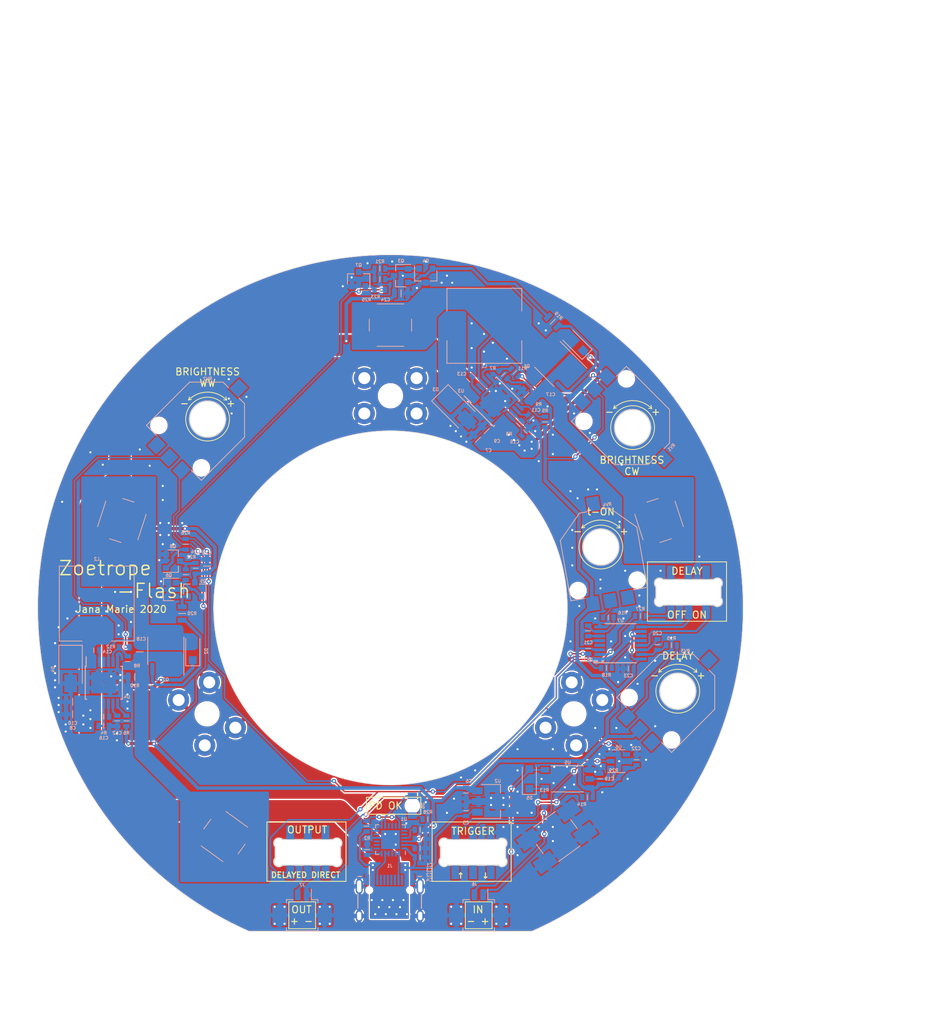
<source format=kicad_pcb>
(kicad_pcb (version 20211014) (generator pcbnew)
  (layers (0 "F.Cu" signal) (31 "B.Cu" signal) (34 "B.Paste" user) (35 "F.Paste" user) (36 "B.SilkS" user "B.Silkscreen") (37 "F.SilkS" user "F.Silkscreen") (38 "B.Mask" user) (39 "F.Mask" user) (44 "Edge.Cuts" user))
  (net 0 "")
  (net 1 "Net-(C1-Pad2)")
  (net 2 "GND")
  (net 3 "Net-(C2-Pad2)")
  (net 4 "+3V3")
  (net 5 "VBUS")
  (net 6 "Net-(C11-Pad1)")
  (net 7 "Net-(C12-Pad1)")
  (net 8 "Net-(C13-Pad2)")
  (net 9 "Net-(C13-Pad1)")
  (net 10 "Net-(C14-Pad2)")
  (net 11 "Net-(C14-Pad1)")
  (net 12 "Net-(C15-Pad1)")
  (net 13 "Net-(C16-Pad1)")
  (net 14 "Net-(C17-Pad2)")
  (net 15 "Net-(C17-Pad1)")
  (net 16 "Net-(C18-Pad2)")
  (net 17 "Net-(C18-Pad1)")
  (net 18 "Net-(C20-Pad2)")
  (net 19 "Net-(C20-Pad1)")
  (net 20 "Net-(C21-Pad2)")
  (net 21 "Net-(C21-Pad1)")
  (net 22 "Net-(D5-Pad2)")
  (net 23 "Net-(D5-Pad1)")
  (net 24 "IS_PD_OK")
  (net 25 "Net-(D6-Pad2)")
  (net 26 "CC2")
  (net 27 "Net-(J1-PadA8)")
  (net 28 "CC1")
  (net 29 "Net-(J1-PadB8)")
  (net 30 "Net-(J7-Pad2)")
  (net 31 "Net-(Q3-Pad2)")
  (net 32 "Net-(Q3-Pad1)")
  (net 33 "Net-(Q5-Pad2)")
  (net 34 "Net-(Q5-Pad1)")
  (net 35 "Net-(Q7-Pad3)")
  (net 36 "Net-(Q7-Pad1)")
  (net 37 "Net-(Q8-Pad3)")
  (net 38 "Net-(Q8-Pad1)")
  (net 39 "Net-(R1-Pad1)")
  (net 40 "Net-(R2-Pad1)")
  (net 41 "Net-(R3-Pad2)")
  (net 42 "Net-(R4-Pad2)")
  (net 43 "Net-(R5-Pad2)")
  (net 44 "Net-(R6-Pad2)")
  (net 45 "WW_DIM")
  (net 46 "Net-(R11-Pad1)")
  (net 47 "Net-(R12-Pad1)")
  (net 48 "Net-(R14-Pad1)")
  (net 49 "Net-(R15-Pad1)")
  (net 50 "Net-(R16-Pad1)")
  (net 51 "flash_pulse")
  (net 52 "Net-(R17-Pad1)")
  (net 53 "Net-(R18-Pad2)")
  (net 54 "flash_in")
  (net 55 "Net-(R27-Pad1)")
  (net 56 "Net-(RV1-Pad1)")
  (net 57 "Net-(RV3-Pad1)")
  (net 58 "Net-(RV4-Pad1)")
  (net 59 "Net-(SW2-Pad2)")
  (net 60 "Net-(SW3-Pad3)")
  (net 61 "Net-(SW3-Pad2)")
  (net 62 "Net-(U1-Pad20)")
  (net 63 "Net-(U1-Pad19)")
  (net 64 "Net-(U1-Pad17)")
  (net 65 "Net-(U1-Pad16)")
  (net 66 "Net-(U1-Pad15)")
  (net 67 "Net-(U1-Pad11)")
  (net 68 "Net-(U1-Pad9)")
  (net 69 "Net-(U1-Pad8)")
  (net 70 "Net-(U1-Pad7)")
  (net 71 "Net-(U1-Pad3)")
  (net 72 "Net-(U3-Pad4)")
  (net 73 "Net-(U4-Pad4)")
  (net 74 "Net-(U7-Pad4)")
  (net 75 "Net-(Q1-Pad4)")
  (net 76 "Net-(Q2-Pad4)")
  (net 77 "CW_DIM")
  (net 78 "Net-(J6-Pad1)")
  (net 79 "Net-(J1-PadB6)")
  (net 80 "Net-(J1-PadA7)")
  (net 81 "Net-(J1-PadA6)")
  (net 82 "Net-(J1-PadB7)")
  (net 83 "Net-(RV2-Pad3)")
  (net 84 "Net-(R29-Pad2)")
  (footprint "otter:flash_terminal" (layer "F.Cu") (at 100 70 180)
    (fp_text reference "J8" hide)
    (fp_text value "CAM")
  )
  (footprint "otter:flash_terminal" (layer "F.Cu") (at 125.98 115 60)
    (fp_text reference "J9" hide)
    (fp_text value "CAM")
  )
  (footprint "otter:flash_terminal" (layer "F.Cu") (at 74.02 115 -60)
    (fp_text reference "J10" hide)
    (fp_text value "CAM")
  )
  (footprint "otter:C_0603" (layer "B.Cu") (at 104.2 134 180)
    (fp_text reference "C2")
    (fp_text value "1uF" hide)
  )
  (footprint "otter:C_0603" (layer "B.Cu") (at 104.2 132.7 180)
    (fp_text reference "C3")
    (fp_text value "100nF" hide)
  )
  (footprint "otter:C_0603" (layer "B.Cu") (at 104.2 135.3 180)
    (fp_text reference "C4")
    (fp_text value "100nF" hide)
  )
  (footprint "otter:C_0603" (layer "B.Cu") (at 110.7 128.7 -90)
    (fp_text reference "C5")
    (fp_text value "1uF" hide)
  )
  (footprint "otter:C_0603" (layer "B.Cu") (at 110.7 126.2 90)
    (fp_text reference "C6")
    (fp_text value "1uF" hide)
  )
  (footprint "otter:C_0805" (layer "B.Cu") (at 112.399999 76.2 135)
    (fp_text reference "C7")
    (fp_text value "10uF" hide)
  )
  (footprint "otter:C_0805" (layer "B.Cu") (at 55 115.05 180)
    (fp_text reference "C8")
    (fp_text value "10uF" hide)
  )
  (footprint "otter:C_0805" (layer "B.Cu") (at 113.627565 74.980256 135)
    (fp_text reference "C9")
    (fp_text value "10uF" hide)
  )
  (footprint "otter:C_0805" (layer "B.Cu") (at 55 113.3 180)
    (fp_text reference "C10")
    (fp_text value "10uF" hide)
  )
  (footprint "otter:C_0603" (layer "B.Cu") (at 120 73.2 -45)
    (fp_text reference "C11")
    (fp_text value "100nF" hide)
  )
  (footprint "otter:C_0603" (layer "B.Cu") (at 61.3 116 -90)
    (fp_text reference "C12")
    (fp_text value "100nF" hide)
  )
  (footprint "otter:C_0603" (layer "B.Cu") (at 111.029646 67.807107 45)
    (fp_text reference "C13")
    (fp_text value "22nF" hide)
  )
  (footprint "otter:C_0603" (layer "B.Cu") (at 58 106)
    (fp_text reference "C14")
    (fp_text value "22nF" hide)
  )
  (footprint "otter:C_0603" (layer "B.Cu") (at 119.1 75.1 45)
    (fp_text reference "C15")
    (fp_text value "100nF" hide)
  )
  (footprint "otter:C_0603" (layer "B.Cu") (at 59.4 116.7)
    (fp_text reference "C16")
    (fp_text value "100nF" hide)
  )
  (footprint "otter:C_0805" (layer "B.Cu") (at 121 68.2 -45)
    (fp_text reference "C17")
    (fp_text value "DNP" hide)
  )
  (footprint "otter:C_0805" (layer "B.Cu") (at 64.507107 106.224264 -90)
    (fp_text reference "C18")
    (fp_text value "DNP" hide)
  )
  (footprint "otter:C_0603" (layer "B.Cu") (at 129.7 124.2 90)
    (fp_text reference "C19")
    (fp_text value "100nF" hide)
  )
  (footprint "otter:C_0603" (layer "B.Cu") (at 137.8 105.2 -90)
    (fp_text reference "C20")
    (fp_text value "470n" hide)
  )
  (footprint "otter:C_0603" (layer "B.Cu") (at 128 103.25 90)
    (fp_text reference "C21")
    (fp_text value "470n" hide)
  )
  (footprint "otter:C_0603" (layer "B.Cu") (at 133.7 108.6 180)
    (fp_text reference "C23")
    (fp_text value "100nF" hide)
  )
  (footprint "otter:C_0805" (layer "B.Cu") (at 101.5 55.5)
    (fp_text reference "C24")
    (fp_text value "10uF" hide)
  )
  (footprint "otter:C_0805" (layer "B.Cu") (at 74 94.1 90)
    (fp_text reference "C25")
    (fp_text value "10uF" hide)
  )
  (footprint "Diode_SMD:D_SOD-123F" (layer "B.Cu") (at 126.3 62.6 135)
    (fp_text reference "D1")
    (fp_text value "D")
  )
  (footprint "Diode_SMD:D_SOD-123F" (layer "B.Cu") (at 72 106 90)
    (fp_text reference "D2")
    (fp_text value "D")
  )
  (footprint "Diode_SMD:D_SMA" (layer "B.Cu") (at 109.403301 71.979037 -45)
    (fp_text reference "D3")
    (fp_text value "D_Schottky")
  )
  (footprint "Diode_SMD:D_SMA" (layer "B.Cu") (at 54.7 108.7 -90)
    (fp_text reference "D4")
    (fp_text value "D_Schottky")
  )
  (footprint "Diode_SMD:D_SOD-123F" (layer "B.Cu") (at 119.666548 124.197918 90)
    (fp_text reference "D5")
    (fp_text value "D")
  )
  (footprint "otter:LED_Reverse" (layer "B.Cu") (at 103.1 128 90)
    (fp_text reference "D6")
    (fp_text value "LED")
  )
  (footprint "otter:Screw_Terminal_6x6x6mm" (layer "B.Cu") (at 100 60)
    (fp_text reference "J2" hide)
    (fp_text value "LED_WW_A")
  )
  (footprint "otter:Screw_Terminal_6x6x6mm" (layer "B.Cu") (at 138.04226 87.63932 108)
    (fp_text reference "J3" hide)
    (fp_text value "LED_WW_C")
  )
  (footprint "otter:Screw_Terminal_6x6x6mm" (layer "B.Cu") (at 61.95774 87.63932 -108)
    (fp_text reference "J4" hide)
    (fp_text value "LED_CW_A")
  )
  (footprint "otter:Screw_Terminal_6x6x6mm" (layer "B.Cu") (at 76.48859 132.36068 -35.9)
    (fp_text reference "J5" hide)
    (fp_text value "LED_CW_C")
  )
  (footprint "Inductor_SMD:L_10.4x10.4_H4.8" (layer "B.Cu") (at 113.3 60.1)
    (fp_text reference "L1")
    (fp_text value "47uH")
  )
  (footprint "Inductor_SMD:L_10.4x10.4_H4.8" (layer "B.Cu") (at 58.4 99.4 90)
    (fp_text reference "L2")
    (fp_text value "47uH")
  )
  (footprint "Package_TO_SOT_SMD:SOT-23" (layer "B.Cu") (at 101.5 53 180)
    (fp_text reference "Q3")
    (fp_text value "BC847")
  )
  (footprint "Package_TO_SOT_SMD:SOT-23" (layer "B.Cu") (at 105 53 -90)
    (fp_text reference "Q4")
    (fp_text value "BC857")
  )
  (footprint "Package_TO_SOT_SMD:SOT-23" (layer "B.Cu") (at 72.3 97.4 90)
    (fp_text reference "Q5")
    (fp_text value "BC847")
  )
  (footprint "Package_TO_SOT_SMD:SOT-23" (layer "B.Cu") (at 68.6 97.4 180)
    (fp_text reference "Q6")
    (fp_text value "BC857")
  )
  (footprint "Package_TO_SOT_SMD:SOT-23" (layer "B.Cu") (at 95.5 53.5 90)
    (fp_text reference "Q7")
    (fp_text value "BC847")
  )
  (footprint "Package_TO_SOT_SMD:SOT-23" (layer "B.Cu") (at 69.2 93.4)
    (fp_text reference "Q8")
    (fp_text value "BC847")
  )
  (footprint "otter:R_0603" (layer "B.Cu") (at 96.6 130.9 -90)
    (fp_text reference "R1")
    (fp_text value "3k3" hide)
  )
  (footprint "otter:R_0603" (layer "B.Cu") (at 96.7 134.2 90)
    (fp_text reference "R2")
    (fp_text value "3k3" hide)
  )
  (footprint "otter:R_0603" (layer "B.Cu") (at 118.1 74.1 45)
    (fp_text reference "R3")
    (fp_text value "150k" hide)
  )
  (footprint "otter:R_0603" (layer "B.Cu") (at 59.4 115.4)
    (fp_text reference "R4")
    (fp_text value "150k" hide)
  )
  (footprint "otter:R_0603" (layer "B.Cu") (at 121.9 73.7 90)
    (fp_text reference "R5")
    (fp_text value "10k" hide)
  )
  (footprint "otter:R_0603" (layer "B.Cu") (at 62.6 116 90)
    (fp_text reference "R6")
    (fp_text value "10k" hide)
  )
  (footprint "otter:R_0603" (layer "B.Cu") (at 116 67 -45)
    (fp_text reference "R7")
    (fp_text value "1k" hide)
  )
  (footprint "otter:R_0603" (layer "B.Cu") (at 62.8 107.6 -90)
    (fp_text reference "R8")
    (fp_text value "1k" hide)
  )
  (footprint "otter:R_0805" (layer "B.Cu") (at 119.3 69.9 135)
    (fp_text reference "R9")
    (fp_text value "0.4" hide)
  )
  (footprint "otter:R_0805" (layer "B.Cu") (at 63.8 109.8 180)
    (fp_text reference "R10")
    (fp_text value "0.4" hide)
  )
  (footprint "otter:R_0603" (layer "B.Cu") (at 117.6 66.7 135)
    (fp_text reference "R11")
    (fp_text value "15k" hide)
  )
  (footprint "otter:R_0603" (layer "B.Cu") (at 62.3 105.6 180)
    (fp_text reference "R12")
    (fp_text value "15k" hide)
  )
  (footprint "otter:R_0603" (layer "B.Cu") (at 121.8 127.4 -90)
    (fp_text reference "R13")
    (fp_text value "100" hide)
  )
  (footprint "otter:R_0603" (layer "B.Cu") (at 139.8 105.3 180)
    (fp_text reference "R15")
    (fp_text value "100" hide)
  )
  (footprint "otter:R_0603" (layer "B.Cu") (at 130.85 101.35)
    (fp_text reference "R16")
    (fp_text value "100" hide)
  )
  (footprint "otter:R_0603" (layer "B.Cu") (at 128 105.75 -90)
    (fp_text reference "R17")
    (fp_text value "0" hide)
  )
  (footprint "otter:R_0603" (layer "B.Cu") (at 130.6 108.5)
    (fp_text reference "R18")
    (fp_text value "DNP" hide)
  )
  (footprint "otter:R_0805" (layer "B.Cu") (at 123 59.5 135)
    (fp_text reference "R19")
    (fp_text value "20" hide)
  )
  (footprint "otter:R_0805" (layer "B.Cu") (at 70.5 100.8 90)
    (fp_text reference "R20")
    (fp_text value "20" hide)
  )
  (footprint "otter:R_0603" (layer "B.Cu") (at 98.5 52 180)
    (fp_text reference "R21")
    (fp_text value "3k3" hide)
  )
  (footprint "otter:R_0603" (layer "B.Cu") (at 71 95.3 90)
    (fp_text reference "R22")
    (fp_text value "3k3" hide)
  )
  (footprint "otter:R_0603" (layer "B.Cu") (at 98.5 53.5 180)
    (fp_text reference "R23")
    (fp_text value "3k3" hide)
  )
  (footprint "otter:R_0603" (layer "B.Cu") (at 72.4 94.4 90)
    (fp_text reference "R24")
    (fp_text value "3k3" hide)
  )
  (footprint "otter:R_0603" (layer "B.Cu") (at 98.5 55)
    (fp_text reference "R25")
    (fp_text value "3k3" hide)
  )
  (footprint "otter:R_0603" (layer "B.Cu") (at 71 91 90)
    (fp_text reference "R26")
    (fp_text value "3k3" hide)
  )
  (footprint "otter:R_0603" (layer "B.Cu") (at 135.4 101.15 180)
    (fp_text reference "R27")
    (fp_text value "10k" hide)
  )
  (footprint "otter:R_0603" (layer "B.Cu") (at 105.3 129.9)
    (fp_text reference "R28")
    (fp_text value "3k3" hide)
  )
  (footprint "otter:SV01A103AEA01R00" (layer "B.Cu") (at 134.3 74.5 45)
    (fp_text reference "RV1")
    (fp_text value "100k")
    (fp_circle (center 0 0) (end 2.55 0) (layer "Edge.Cuts") (width 0.12) (fill none))
  )
  (footprint "otter:SV01A103AEA01R00" (layer "B.Cu") (at 74.1 73.3 135)
    (fp_text reference "RV2")
    (fp_text value "100k")
    (fp_circle (center 0 0) (end 2.55 0) (layer "Edge.Cuts") (width 0.12) (fill none))
  )
  (footprint "otter:SV01A103AEA01R00" (layer "B.Cu") (at 140.7 111.8 135)
    (fp_text reference "RV3")
    (fp_text value "100k")
    (fp_circle (center 0 0) (end 2.55 0) (layer "Edge.Cuts") (width 0.12) (fill none))
  )
  (footprint "otter:SV01A103AEA01R00" (layer "B.Cu") (at 129.8 91.4 -170)
    (fp_text reference "RV4")
    (fp_text value "100k")
    (fp_circle (center 0 0) (end 2.55 0) (layer "Edge.Cuts") (width 0.12) (fill none))
  )
  (footprint "otter:2P2T_R" (layer "B.Cu") (at 88.3 134.6)
    (fp_text reference "SW1" hide)
    (fp_text value "out")
    (fp_line (start -4.599998 0.800002) (end -4.599999 -0.800001) (layer "Edge.Cuts") (width 0.12))
    (fp_line (start -3.6 -1.8) (end 3.6 -1.8) (layer "Edge.Cuts") (width 0.12))
    (fp_line (start 3.600002 1.799998) (end -3.6 1.8) (layer "Edge.Cuts") (width 0.12))
    (fp_line (start 4.6 0.8) (end 4.599998 -0.800002) (layer "Edge.Cuts") (width 0.12))
    (fp_arc (start -4.599999 -0.800001) (mid -4.599999 -1.799999) (end -3.600001 -1.799999) (layer "Edge.Cuts") (width 0.12))
    (fp_arc (start 3.6 -1.8) (mid 4.599998 -1.8) (end 4.599998 -0.800002) (layer "Edge.Cuts") (width 0.12))
    (fp_arc (start 4.6 0.8) (mid 4.6 1.799998) (end 3.600002 1.799998) (layer "Edge.Cuts") (width 0.12))
    (fp_arc (start -3.6 1.8) (mid -4.599998 1.8) (end -4.599998 0.800002) (layer "Edge.Cuts") (width 0.12))
  )
  (footprint "otter:2P2T_R" (layer "B.Cu") (at 111.7 134.6 180)
    (fp_text reference "SW2" hide)
    (fp_text value "invert")
    (fp_line (start -4.599998 0.800002) (end -4.599999 -0.800001) (layer "Edge.Cuts") (width 0.12))
    (fp_line (start 4.6 0.8) (end 4.599998 -0.800002) (layer "Edge.Cuts") (width 0.12))
    (fp_line (start 3.600002 1.799998) (end -3.6 1.8) (layer "Edge.Cuts") (width 0.12))
    (fp_line (start -3.6 -1.8) (end 3.6 -1.8) (layer "Edge.Cuts") (width 0.12))
    (fp_arc (start -3.6 1.8) (mid -4.599998 1.8) (end -4.599998 0.800002) (layer "Edge.Cuts") (width 0.12))
    (fp_arc (start 3.6 -1.8) (mid 4.599998 -1.8) (end 4.599998 -0.800002) (layer "Edge.Cuts") (width 0.12))
    (fp_arc (start 4.6 0.8) (mid 4.6 1.799998) (end 3.600002 1.799998) (layer "Edge.Cuts") (width 0.12))
    (fp_arc (start -4.599999 -0.800001) (mid -4.599999 -1.799999) (end -3.600001 -1.799999) (layer "Edge.Cuts") (width 0.12))
  )
  (footprint "otter:2P2T_R" (layer "B.Cu") (at 142.2 97.8)
    (fp_text reference "SW3" hide)
    (fp_text value "no_delay")
    (fp_line (start -3.6 -1.8) (end 3.6 -1.8) (layer "Edge.Cuts") (width 0.12))
    (fp_line (start 4.6 0.8) (end 4.599998 -0.800002) (layer "Edge.Cuts") (width 0.12))
    (fp_line (start -4.599998 0.800002) (end -4.599999 -0.800001) (layer "Edge.Cuts") (width 0.12))
    (fp_line (start 3.600002 1.799998) (end -3.6 1.8) (layer "Edge.Cuts") (width 0.12))
    (fp_arc (start 3.6 -1.8) (mid 4.599998 -1.8) (end 4.599998 -0.800002) (layer "Edge.Cuts") (width 0.12))
    (fp_arc (start -3.6 1.8) (mid -4.599998 1.8) (end -4.599998 0.800002) (layer "Edge.Cuts") (width 0.12))
    (fp_arc (start -4.599999 -0.800001) (mid -4.599999 -1.799999) (end -3.600001 -1.799999) (layer "Edge.Cuts") (width 0.12))
    (fp_arc (start 4.6 0.8) (mid 4.6 1.799998) (end 3.600002 1.799998) (layer "Edge.Cuts") (width 0.12))
  )
  (footprint "otter:QFN-24-1EP_4x4mm_P0.5mm_EP2.7x2.7mm" (layer "B.Cu") (at 100 132.8 90)
    (fp_text reference "U1")
    (fp_text value "STUSB4500")
  )
  (footprint "Package_TO_SOT_SMD:SOT-89-3" (layer "B.Cu") (at 113.8 127.4)
    (fp_text reference "U2")
    (fp_text value "AP2204R-3.3")
  )
  (footprint "Package_SO:TSSOP-14-1EP_4.4x5mm_P0.65mm" (layer "B.Cu") (at 114.821499 70.846982 -45)
    (fp_text reference "U3")
    (fp_text value "lm3406")
  )
  (footprint "Package_SO:TSSOP-14-1EP_4.4x5mm_P0.65mm" (layer "B.Cu") (at 59.4 110.6 -90)
    (fp_text reference "U4")
    (fp_text value "lm3406")
  )
  (footprint "otter:SO6-5" (layer "B.Cu") (at 125.040559 124.197918 90)
    (fp_text reference "U5")
    (fp_text value "TLP2366")
  )
  (footprint "Package_TO_SOT_SMD:SOT-23-5" (layer "B.Cu") (at 132.3 121.7)
    (fp_text reference "U6")
    (fp_text value "74LVC1G86")
  )
  (footprint "Package_SO:TSSOP-16_4.4x5mm_P0.65mm" (layer "B.Cu") (at 132.587868 104.970711)
    (fp_text reference "U7")
    (fp_text value "74HCT123")
  )
  (footprint "Connector_Molex:Molex_PicoBlade_53261-0271_1x02-1MP_P1.25mm_Horizontal" (layer "B.Cu") (at 112.5 143 180)
    (fp_text reference "J6")
    (fp_text value "IN")
  )
  (footprint "otter:USB-C 16Pin" (layer "B.Cu") (at 99.89 138.5 180)
    (fp_text reference "J1")
    (fp_text value "USB")
  )
  (footprint "Connector_Molex:Molex_PicoBlade_53261-0271_1x02-1MP_P1.25mm_Horizontal" (layer "B.Cu") (at 87.5 143 180)
    (fp_text reference "J7")
    (fp_text value "OUT")
  )
  (footprint "otter:Screw_Terminal_6x6x6mm" (layer "B.Cu") (at 123.5712 132.3596 35.9)
    (fp_text reference "J11" hide)
    (fp_text value "GND")
  )
  (footprint "Package_SO:SO-8_3.9x4.9mm_P1.27mm" (layer "B.Cu") (at 123.6 65.5 135)
    (fp_text reference "Q1")
    (fp_text value "ONSC-NMOS-8_E")
  )
  (footprint "Package_SO:SO-8_3.9x4.9mm_P1.27mm" (layer "B.Cu") (at 68.184062 106.082843 90)
    (fp_text reference "Q2")
    (fp_text value "ONSC-NMOS-8_E")
  )
  (footprint "otter:R_0603" (layer "B.Cu") (at 127.9 126.8)
    (fp_text reference "R14")
    (fp_text value "10k" hide)
  )
  (footprint "otter:C_0603" (layer "B.Cu") (at 104.2 131.4 180)
    (fp_text reference "C1")
    (fp_text value "1uF" hide)
  )
  (footprint "otter:C_0603" (layer "B.Cu") (at 134.85 121.5 90)
    (fp_text reference "C22")
    (fp_text value "100nF" hide)
  )
  (footprint "otter:R_0603" (layer "B.Cu") (at 131.6 124 180)
    (fp_text reference "R29")
    (fp_text value "10k" hide)
  )
  (gr_line (start 96.6 126.8) (end 96.6 129.2) (layer "F.SilkS") (width 0.12))
  (gr_line (start 89.4 141.6) (end 85.6 141.6) (layer "F.SilkS") (width 0.12))
  (gr_line (start 114.4 145.4) (end 114.4 141.6) (layer "F.SilkS") (width 0.12))
  (gr_line (start 110.6 141.6) (end 110.6 145.4) (layer "F.SilkS") (width 0.12))
  (gr_line (start 110.6 145.4) (end 114.4 145.4) (layer "F.SilkS") (width 0.12))
  (gr_line (start 114.4 141.6) (end 110.6 141.6) (layer "F.SilkS") (width 0.12))
  (gr_line (start 147.6 93.5) (end 147.6 101.9) (layer "F.SilkS") (width 0.12))
  (gr_line (start 136.4 93.5) (end 136.4 101.9) (layer "F.SilkS") (width 0.12))
  (gr_line (start 136.4 101.9) (end 147.6 101.9) (layer "F.SilkS") (width 0.12))
  (gr_line (start 147.6 93.5) (end 136.4 93.5) (layer "F.SilkS") (width 0.12))
  (gr_circle (center 74.1 73.3) (end 77.2 73.3) (layer "F.SilkS") (width 0.12) (fill none))
  (gr_line (start 76.799999 70.600001) (end 76.7 70.15) (layer "F.SilkS") (width 0.12))
  (gr_arc (start 71.400001 70.600001) (mid 74.1 69.481625) (end 76.799999 70.600001) (layer "F.SilkS") (width 0.12))
  (gr_line (start 76.799999 70.600001) (end 76.375 70.575) (layer "F.SilkS") (width 0.12))
  (gr_line (start 71.400002 70.600002) (end 71.825001 70.525001) (layer "F.SilkS") (width 0.12))
  (gr_line (start 71.400001 70.600001) (end 71.550001 70.150001) (layer "F.SilkS") (width 0.12))
  (gr_arc (start 131.600001 71.800001) (mid 134.3 70.681625) (end 136.999999 71.800001) (layer "F.SilkS") (width 0.12))
  (gr_line (start 131.6 71.8) (end 131.75 71.35) (layer "F.SilkS") (width 0.12))
  (gr_line (start 136.999999 71.800001) (end 136.575 71.775) (layer "F.SilkS") (width 0.12))
  (gr_line (start 131.600001 71.800001) (end 132.025 71.725) (layer "F.SilkS") (width 0.12))
  (gr_line (start 136.999999 71.800001) (end 136.9 71.35) (layer "F.SilkS") (width 0.12))
  (gr_circle (center 129.8 91.4) (end 132.9 91.4) (layer "F.SilkS") (width 0.12) (fill none))
  (gr_line (start 85.6 141.6) (end 85.6 145.4) (layer "F.SilkS") (width 0.12))
  (gr_line (start 132.499999 88.700001) (end 132.075 88.675) (layer "F.SilkS") (width 0.12))
  (gr_line (start 93.7 130.3) (end 93.7 138.7) (layer "F.SilkS") (width 0.12))
  (gr_circle (center 134.3 74.5) (end 137.4 74.5) (layer "F.SilkS") (width 0.12) (fill none))
  (gr_line (start 105.9 138.7) (end 117.1 138.7) (layer "F.SilkS") (width 0.12))
  (gr_line (start 127.100001 88.700001) (end 127.525 88.625) (layer "F.SilkS") (width 0.12))
  (gr_line (start 138.000001 109.100001) (end 138.425 109.025) (layer "F.SilkS") (width 0.12))
  (gr_line (start 127.1 88.7) (end 127.25 88.25) (layer "F.SilkS") (width 0.12))
  (gr_line (start 143.399999 109.100001) (end 142.975 109.075) (layer "F.SilkS") (width 0.12))
  (gr_line (start 138 109.1) (end 138.15 108.65) (layer "F.SilkS") (width 0.12))
  (gr_line (start 104.3 126.8) (end 104.3 129.2) (layer "F.SilkS") (width 0.12))
  (gr_line (start 104.3 129.2) (end 96.6 129.2) (layer "F.SilkS") (width 0.12))
  (gr_arc (start 138.000001 109.100001) (mid 140.7 107.981625) (end 143.399999 109.100001) (layer "F.SilkS") (width 0.12))
  (gr_circle (center 140.7 111.8) (end 143.8 111.8) (layer "F.SilkS") (width 0.12) (fill none))
  (gr_line (start 82.5 138.7) (end 93.7 138.7) (layer "F.SilkS") (width 0.12))
  (gr_line (start 132.499999 88.700001) (end 132.4 88.25) (layer "F.SilkS") (width 0.12))
  (gr_line (start 117.1 130.3) (end 117.1 138.7) (layer "F.SilkS") (width 0.12))
  (gr_line (start 93.7 130.3) (end 82.5 130.3) (layer "F.SilkS") (width 0.12))
  (gr_line (start 82.5 130.3) (end 82.5 138.7) (layer "F.SilkS") (width 0.12))
  (gr_line (start 104.3 126.8) (end 96.6 126.8) (layer "F.SilkS") (width 0.12))
  (gr_line (start 105.9 130.3) (end 105.9 138.7) (layer "F.SilkS") (width 0.12))
  (gr_line (start 89.4 145.4) (end 89.4 141.6) (layer "F.SilkS") (width 0.12))
  (gr_arc (start 127.100001 88.700001) (mid 129.8 87.581625) (end 132.499999 88.700001) (layer "F.SilkS") (width 0.12))
  (gr_line (start 85.6 145.4) (end 89.4 145.4) (layer "F.SilkS") (width 0.12))
  (gr_line (start 143.399999 109.100001) (end 143.3 108.65) (layer "F.SilkS") (width 0.12))
  (gr_line (start 117.1 130.3) (end 105.9 130.3) (layer "F.SilkS") (width 0.12))
  (gr_arc (start 79.94 145.799999) (mid 100 49.999565) (end 120.059999 145.799999) (layer "Edge.Cuts") (width 0.05))
  (gr_circle (center 100 100) (end 125 100) (layer "Edge.Cuts") (width 0.05) (fill none))
  (gr_line (start 120.06 145.8) (end 79.94 145.8) (layer "Edge.Cuts") (width 0.05))
  (gr_text "IN\n- +" (at 112.4 143.5) (layer "F.SilkS") (effects (font (size 1 1))))
  (gr_text "OUT\n+ -" (at 87.4 143.5) (layer "F.SilkS") (effects (font (size 1 1))))
  (gr_text "DELAYED DIRECT\n" (at 88 137.8) (layer "F.SilkS") (effects (font (size 0.8 0.8))))
  (gr_text "DELAY" (at 140.7 106.8) (layer "F.SilkS") (effects (font (size 1 1))))
  (gr_text "BRIGHTNESS\nWW" (at 74.1 67.4) (layer "F.SilkS") (effects (font (size 1 1))))
  (gr_text "+       -" (at 129.8 89.3 180) (layer "F.SilkS") (effects (font (size 1 1))))
  (gr_text "+       -" (at 134.3 72.4 180) (layer "F.SilkS") (effects (font (size 1 1))))
  (gr_text "OFF ON" (at 142 101) (layer "F.SilkS") (effects (font (size 1 1))))
  (gr_text "+       -" (at 140.7 109.7 180) (layer "F.SilkS") (effects (font (size 1 1))))
  (gr_text "TRIGGER" (at 111.7 131.6) (layer "F.SilkS") (effects (font (size 1 1))))
  (gr_text "DELAY" (at 142 94.8) (layer "F.SilkS") (effects (font (size 1 1))))
  (gr_text "Jana Marie 2020" (at 61.9 100.2) (layer "F.SilkS") (effects (font (size 1 1))))
  (gr_text "OUTPUT" (at 88.2 131.4) (layer "F.SilkS") (effects (font (size 1 1))))
  (gr_text "+       -" (at 74.1 71.2 180) (layer "F.SilkS") (effects (font (size 1 1))))
  (gr_text "PD OK\n" (at 99.3 128) (layer "F.SilkS") (effects (font (size 1 1))))
  (gr_text "↑   ↓" (at 111.7 137.8) (layer "F.SilkS") (effects (font (size 1 1))))
  (gr_text "Zoetrope\n         -Flash" (at 59.6 96) (layer "F.SilkS") (effects (font (size 2 2) (thickness 0.2))))
  (gr_text "BRIGHTNESS\nCW" (at 134.2 79.9) (layer "F.SilkS") (effects (font (size 1 1))))
  (gr_text "t-ON" (at 129.8 86.4) (layer "F.SilkS") (effects (font (size 1 1))))
  (segment (start 102.95 131.4) (end 103.45 131.4) (width 0.2) (layer "B.Cu") (net 1))
  (segment (start 102.575 132.55) (end 102.8 132.325) (width 0.2) (layer "B.Cu") (net 1))
  (segment (start 102.8 132.325) (end 102.8 131.55) (width 0.2) (layer "B.Cu") (net 1))
  (segment (start 101.9625 132.55) (end 102.575 132.55) (width 0.2) (layer "B.Cu") (net 1))
  (segment (start 102.8 131.55) (end 102.95 131.4) (width 0.2) (layer "B.Cu") (net 1))
  (via (at 129 123.2) (size 0.6) (drill 0.3) (layers "F.Cu" "B.Cu") (net 2))
  (via (at 67.4 89.7) (size 0.6) (drill 0.3) (layers "F.Cu" "B.Cu") (net 2))
  (via (at 55.5 100.5) (size 0.6) (drill 0.3) (layers "F.Cu" "B.Cu") (net 2))
  (via (at 141 107.5) (size 0.6) (drill 0.3) (layers "F.Cu" "B.Cu") (net 2))
  (via (at 123 120) (size 0.6) (drill 0.3) (layers "F.Cu" "B.Cu") (net 2))
  (via (at 67.5 96.25) (size 0.6) (drill 0.3) (layers "F.Cu" "B.Cu") (net 2))
  (via (at 83.6 144.7) (size 0.6) (drill 0.3) (layers "F.Cu" "B.Cu") (net 2))
  (via (at 100.75 133.5) (size 0.6) (drill 0.3) (layers "F.Cu" "B.Cu") (net 2))
  (via (at 113.25 61.25) (size 0.6) (drill 0.3) (layers "F.Cu" "B.Cu") (net 2))
  (via (at 110 144.7) (size 0.6) (drill 0.3) (layers "F.Cu" "B.Cu") (net 2))
  (via (at 133 101.5) (size 0.6) (drill 0.3) (layers "F.Cu" "B.Cu") (net 2))
  (via (at 129.75 96) (size 0.6) (drill 0.3) (layers "F.Cu" "B.Cu") (net 2))
  (via (at 90 144.7) (size 0.6) (drill 0.3) (layers "F.Cu" "B.Cu") (net 2))
  (via (at 115 144.7) (size 0.6) (drill 0.3) (layers "F.Cu" "B.Cu") (net 2))
  (via (at 59.25 79.75) (size 0.6) (drill 0.3) (layers "F.Cu" "B.Cu") (net 2))
  (via (at 109.25 75) (size 0.6) (drill 0.3) (layers "F.Cu" "B.Cu") (net 2))
  (via (at 118 120) (size 0.6) (drill 0.3) (layers "F.Cu" "B.Cu") (net 2))
  (via (at 67.25 93.25) (size 0.6) (drill 0.3) (layers "F.Cu" "B.Cu") (net 2))
  (via (at 108.6 144.7) (size 0.6) (drill 0.3) (layers "F.Cu" "B.Cu") (net 2))
  (via (at 108.5 74.25) (size 0.6) (drill 0.3) (layers "F.Cu" "B.Cu") (net 2))
  (via (at 67.4 88) (size 0.6) (drill 0.3) (layers "F.Cu" "B.Cu") (net 2))
  (via (at 132 117) (size 0.6) (drill 0.3) (layers "F.Cu" "B.Cu") (net 2))
  (via (at 132.45 87.825) (size 0.6) (drill 0.3) (layers "F.Cu" "B.Cu") (net 2))
  (via (at 115 142.3) (size 0.6) (drill 0.3) (layers "F.Cu" "B.Cu") (net 2))
  (via (at 99.25 132) (size 0.6) (drill 0.3) (layers "F.Cu" "B.Cu") (net 2))
  (via (at 67.75 84.75) (size 0.6) (drill 0.3) (layers "F.Cu" "B.Cu") (net 2))
  (via (at 105 51) (size 0.6) (drill 0.3) (layers "F.Cu" "B.Cu") (net 2))
  (via (at 120.25 73.5) (size 0.6) (drill 0.3) (layers "F.Cu" "B.Cu") (net 2))
  (via (at 114.5 62.5) (size 0.6) (drill 0.3) (layers "F.Cu" "B.Cu") (net 2))
  (via (at 110 124) (size 0.6) (drill 0.3) (layers "F.Cu" "B.Cu") (net 2))
  (via (at 116.4 142.3) (size 0.6) (drill 0.3) (layers "F.Cu" "B.Cu") (net 2))
  (via (at 135 110.75) (size 0.6) (drill 0.3) (layers "F.Cu" "B.Cu") (net 2))
  (via (at 61.75 109.5) (size 0.6) (drill 0.3) (layers "F.Cu" "B.Cu") (net 2))
  (via (at 126 72.5) (size 0.6) (drill 0.3) (layers "F.Cu" "B.Cu") (net 2))
  (via (at 132.25 110.5) (size 0.6) (drill 0.3) (layers "F.Cu" "B.Cu") (net 2))
  (via (at 85 142.3) (size 0.6) (drill 0.3) (layers "F.Cu" "B.Cu") (net 2))
  (via (at 101.75 53) (size 0.6) (drill 0.3) (layers "F.Cu" "B.Cu") (net 2))
  (via (at 129 101.5) (size 0.6) (drill 0.3) (layers "F.Cu" "B.Cu") (net 2))
  (via (at 67.5 98.5) (size 0.6) (drill 0.3) (layers "F.Cu" "B.Cu") (net 2))
  (via (at 123.2 122.5) (size 0.6) (drill 0.3) (layers "F.Cu" "B.Cu") (net 2))
  (via (at 129.6 120.7) (size 0.6) (drill 0.3) (layers "F.Cu" "B.Cu") (net 2))
  (via (at 129.75 97.25) (size 0.6) (drill 0.3) (layers "F.Cu" "B.Cu") (net 2))
  (via (at 94.5 53.25) (size 0.6) (drill 0.3) (layers "F.Cu" "B.Cu") (net 2))
  (via (at 123 131) (size 0.6) (drill 0.3) (layers "F.Cu" "B.Cu") (net 2))
  (via (at 53 102.75) (size 0.6) (drill 0.3) (layers "F.Cu" "B.Cu") (net 2))
  (via (at 133.25 104) (size 0.6) (drill 0.3) (layers "F.Cu" "B.Cu") (net 2))
  (via (at 125.75 94) (size 0.6) (drill 0.3) (layers "F.Cu" "B.Cu") (net 2))
  (via (at 79.6 70.15) (size 0.6) (drill 0.3) (layers "F.Cu" "B.Cu") (net 2))
  (via (at 118 126) (size 0.6) (drill 0.3) (layers "F.Cu" "B.Cu") (net 2))
  (via (at 52.5 108.25) (size 0.6) (drill 0.3) (layers "F.Cu" "B.Cu") (net 2))
  (via (at 52.5 111.25) (size 0.6) (drill 0.3) (layers "F.Cu" "B.Cu") (net 2))
  (via (at 68.6 89.7) (size 0.6) (drill 0.3) (layers "F.Cu" "B.Cu") (net 2))
  (via (at 128.25 75.25) (size 0.6) (drill 0.3) (layers "F.Cu" "B.Cu") (net 2))
  (via (at 107.25 54) (size 0.6) (drill 0.3) (layers "F.Cu" "B.Cu") (net 2))
  (via (at 125 122.5) (size 0.6) (drill 0.3) (layers "F.Cu" "B.Cu") (net 2))
  (via (at 111.5 63.25) (size 0.6) (drill 0.3) (layers "F.Cu" "B.Cu") (net 2))
  (via (at 122.25 71.5) (size 0.6) (drill 0.3) (layers "F.Cu" "B.Cu") (net 2))
  (via (at 61.5 102.5) (size 0.6) (drill 0.3) (layers "F.Cu" "B.Cu") (net 2))
  (via (at 112 123) (size 0.6) (drill 0.3) (layers "F.Cu" "B.Cu") (net 2))
  (via (at 85 144.7) (size 0.6) (drill 0.3) (layers "F.Cu" "B.Cu") (net 2))
  (via (at 100.25 51) (size 0.6) (drill 0.3) (layers "F.Cu" "B.Cu") (net 2))
  (via (at 102.25 130.5) (size 0.6) (drill 0.3) (layers "F.Cu" "B.Cu") (net 2))
  (via (at 117.25 69) (size 0.6) (drill 0.3) (layers "F.Cu" "B.Cu") (net 2))
  (via (at 123 75.5) (size 0.6) (drill 0.3) (layers "F.Cu" "B.Cu") (net 2))
  (via (at 129.25 83.25) (size 0.6) (drill 0.3) (layers "F.Cu" "B.Cu") (net 2))
  (via (at 121.4 124.2) (size 0.6) (drill 0.3) (layers "F.Cu" "B.Cu") (net 2))
  (via (at 77.5 72.5) (size 0.6) (drill 0.3) (layers "F.Cu" "B.Cu") (net 2))
  (via (at 123 78.25) (size 0.6) (drill 0.3) (layers "F.Cu" "B.Cu") (net 2))
  (via (at 128 83.25) (size 0.6) (drill 0.3) (layers "F.Cu" "B.Cu") (net 2))
  (via (at 116.25 70.75) (size 0.6) (drill 0.3) (layers "F.Cu" "B.Cu") (net 2))
  (via (at 108 129) (size 0.6) (drill 0.3) (layers "F.Cu" "B.Cu") (net 2))
  (via (at 126.75 99.75) (size 0.6) (drill 0.3) (layers "F.Cu" "B.Cu") (net 2))
  (via (at 111.5 66) (size 0.6) (drill 0.3) (layers "F.Cu" "B.Cu") (net 2))
  (via (at 131.25 104.75) (size 0.6) (drill 0.3) (layers "F.Cu" "B.Cu") (net 2))
  (via (at 118 123) (size 0.6) (drill 0.3) (layers "F.Cu" "B.Cu") (net 2))
  (via (at 130 126.1) (size 0.6) (drill 0.3) (layers "F.Cu" "B.Cu") (net 2))
  (via (at 133.25 94.75) (size 0.6) (drill 0.3) (layers "F.Cu" "B.Cu") (net 2))
  (via (at 113.25 65.5) (size 0.6) (drill 0.3) (layers "F.Cu" "B.Cu") (net 2))
  (via (at 116 127.9) (size 0.6) (drill 0.3) (layers "F.Cu" "B.Cu") (net 2))
  (via (at 120.5 75) (size 0.6) (drill 0.3) (layers "F.Cu" "B.Cu") (net 2))
  (via (at 108 53) (size 0.6) (drill 0.3) (layers "F.Cu" "B.Cu") (net 2))
  (via (at 68.6 88) (size 0.6) (drill 0.3) (layers "F.Cu" "B.Cu") (net 2))
  (via (at 54 116.5) (size 0.6) (drill 0.3) (layers "F.Cu" "B.Cu") (net 2))
  (via (at 129.8 122.4) (size 0.6) (drill 0.3) (layers "F.Cu" "B.Cu") (net 2))
  (via (at 131 120) (size 0.6) (drill 0.3) (layers "F.Cu" "B.Cu") (net 2))
  (via (at 105 127.5) (size 0.6) (drill 0.3) (layers "F.Cu" "B.Cu") (net 2))
  (via (at 61.25 118.75) (size 0.6) (drill 0.3) (layers "F.Cu" "B.Cu") (net 2))
  (via (at 123 133) (size 0.6) (drill 0.3) (layers "F.Cu" "B.Cu") (net 2))
  (via (at 60.45 109.7) (size 0.6) (drill 0.3) (layers "F.Cu" "B.Cu") (net 2))
  (via (at 121 131) (size 0.6) (drill 0.3) (layers "F.Cu" "B.Cu") (net 2))
  (via (at 129 117) (size 0.6) (drill 0.3) (layers "F.Cu" "B.Cu") (net 2))
  (via (at 96.75 51.25) (size 0.6) (drill 0.3) (layers "F.Cu" "B.Cu") (net 2))
  (via (at 64.5 77.6) (size 0.6) (drill 0.3) (layers "F.Cu" "B.Cu") (net 2))
  (via (at 132.75 79.75) (size 0.6) (drill 0.3) (layers "F.Cu" "B.Cu") (net 2))
  (via (at 63.25 102) (size 0.6) (drill 0.3) (layers "F.Cu" "B.Cu") (net 2))
  (via (at 133.6 124.2) (size 0.6) (drill 0.3) (layers "F.Cu" "B.Cu") (net 2))
  (via (at 121 59.75) (size 0.6) (drill 0.3) (layers "F.Cu" "B.Cu") (net 2))
  (via (at 118 129) (size 0.6) (drill 0.3) (layers "F.Cu" "B.Cu") (net 2))
  (via (at 134.1 119.4) (size 0.6) (drill 0.3) (layers "F.Cu" "B.Cu") (net 2))
  (via (at 53 114.75) (size 0.6) (drill 0.3) (layers "F.Cu" "B.Cu") (net 2))
  (via (at 111.5 59.75) (size 0.6) (drill 0.3) (layers "F.Cu" "B.Cu") (net 2))
  (via (at 110 75.75) (size 0.6) (drill 0.3) (layers "F.Cu" "B.Cu") (net 2))
  (via (at 77.1 67.65) (size 0.6) (drill 0.3) (layers "F.Cu" "B.Cu") (net 2))
  (via (at 110 142.3) (size 0.6) (drill 0.3) (layers "F.Cu" "B.Cu") (net 2))
  (via (at 114.25 126.9) (size 0.6) (drill 0.3) (layers "F.Cu" "B.Cu") (net 2))
  (via (at 138.25 94.75) (size 0.6) (drill 0.3) (layers "F.Cu" "B.Cu") (net 2))
  (via (at 121 79.25) (size 0.6) (drill 0.3) (layers "F.Cu" "B.Cu") (net 2))
  (via (at 53 113.75) (size 0.6) (drill 0.3) (layers "F.Cu" "B.Cu") (net 2))
  (via (at 135.25 98.25) (size 0.6) (drill 0.3) (layers "F.Cu" "B.Cu") (net 2))
  (via (at 71.5 92.75) (size 0.6) (drill 0.3) (layers "F.Cu" "B.Cu") (net 2))
  (via (at 59.75 100.5) (size 0.6) (drill 0.3) (layers "F.Cu" "B.Cu") (net 2))
  (via (at 137.5 107.5) (size 0.6) (drill 0.3) (layers "F.Cu" "B.Cu") (net 2))
  (via (at 114.927565 69.322435) (size 0.6) (drill 0.3) (layers "F.Cu" "B.Cu") (net 2))
  (via (at 91.4 144.7) (size 0.6) (drill 0.3) (layers "F.Cu" "B.Cu") (net 2))
  (via (at 114.25 127.9) (size 0.6) (drill 0.3) (layers "F.Cu" "B.Cu") (net 2))
  (via (at 53 112.75) (size 0.6) (drill 0.3) (layers "F.Cu" "B.Cu") (net 2))
  (via (at 103.75 54.75) (size 0.6) (drill 0.3) (layers "F.Cu" "B.Cu") (net 2))
  (via (at 116.4 144.7) (size 0.6) (drill 0.3) (layers "F.Cu" "B.Cu") (net 2))
  (via (at 143.75 92.75) (size 0.6) (drill 0.3) (layers "F.Cu" "B.Cu") (net 2))
  (via (at 61.5 103.75) (size 0.6) (drill 0.3) (layers "F.Cu" "B.Cu") (net 2))
  (via (at 83.6 142.3) (size 0.6) (drill 0.3) (layers "F.Cu" "B.Cu") (net 2))
  (via (at 125.75 89) (size 0.6) (drill 0.3) (layers "F.Cu" "B.Cu") (net 2))
  (via (at 113.25 63.75) (size 0.6) (drill 0.3) (layers "F.Cu" "B.Cu") (net 2))
  (via (at 110.75 76.5) (size 0.6) (drill 0.3) (layers "F.Cu" "B.Cu") (net 2))
  (via (at 62.75 113.25) (size 0.6) (drill 0.3) (layers "F.Cu" "B.Cu") (net 2))
  (via (at 70.5 88) (size 0.6) (drill 0.3) (layers "F.Cu" "B.Cu") (net 2))
  (via (at 133.25 107) (size 0.6) (drill 0.3) (layers "F.Cu" "B.Cu") (net 2))
  (via (at 52.5 110.25) (size 0.6) (drill 0.3) (layers "F.Cu" "B.Cu") (net 2))
  (via (at 116 126.9) (size 0.6) (drill 0.3) (layers "F.Cu" "B.Cu") (net 2))
  (via (at 123.1 124.8) (size 0.6) (drill 0.3) (layers "F.Cu" "B.Cu") (net 2))
  (via (at 69.25 91) (size 0.6) (drill 0.3) (layers "F.Cu" "B.Cu") (net 2))
  (via (at 57.5 78) (size 0.6) (drill 0.3) (layers "F.Cu" "B.Cu") (net 2))
  (via (at 139.75 104.25) (size 0.6) (drill 0.3) (layers "F.Cu" "B.Cu") (net 2))
  (via (at 53.5 85) (size 0.6) (drill 0.3) (layers "F.Cu" "B.Cu") (net 2))
  (via (at 61.75 110.25) (size 0.6) (drill 0.3) (layers "F.Cu" "B.Cu") (net 2))
  (via (at 132.4 121.7) (size 0.6) (drill 0.3) (layers "F.Cu" "B.Cu") (net 2))
  (via (at 62.75 112.25) (size 0.6) (drill 0.3) (layers "F.Cu" "B.Cu") (net 2))
  (via (at 90 142.3) (size 0.6) (drill 0.3) (layers "F.Cu" "B.Cu") (net 2))
  (via (at 93.25 54.5) (size 0.6) (drill 0.3) (layers "F.Cu" "B.Cu") (net 2))
  (via (at 67.75 91) (size 0.6) (drill 0.3) (layers "F.Cu" "B.Cu") (net 2))
  (via (at 116.5 64.75) (size 0.6) (drill 0.3) (layers "F.Cu" "B.Cu") (net 2))
  (via (at 67.75 82.75) (size 0.6) (drill 0.3) (layers "F.Cu" "B.Cu") (net 2))
  (via (at 125.75 91.5) (size 0.6) (drill 0.3) (layers "F.Cu" "B.Cu") (net 2))
  (via (at 125.5 83.5) (size 0.6) (drill 0.3) (layers "F.Cu" "B.Cu") (net 2))
  (via (at 108.6 142.3) (size 0.6) (drill 0.3) (layers "F.Cu" "B.Cu") (net 2))
  (via (at 54 117.5) (size 0.6) (drill 0.3) (layers "F.Cu" "B.Cu") (net 2))
  (via (at 125.5 104.75) (size 0.6) (drill 0.3) (layers "F.Cu" "B.Cu") (net 2))
  (via (at 126 125) (size 0.6) (drill 0.3) (layers "F.Cu" "B.Cu") (net 2))
  (via (at 61.25 117.75) (size 0.6) (drill 0.3) (layers "F.Cu" "B.Cu") (net 2))
  (via (at 52.5 105) (size 0.6) (drill 0.3) (layers "F.Cu" "B.Cu") (net 2))
  (via (at 115.5 68.25) (size 0.6) (drill 0.3) (layers "F.Cu" "B.Cu") (net 2))
  (via (at 65.9 79.9) (size 0.6) (drill 0.3) (layers "F.Cu" "B.Cu") (net 2))
  (via (at 77.1 70.4) (size 0.6) (drill 0.3) (layers "F.Cu" "B.Cu") (net 2))
  (via (at 52.5 109.25) (size 0.6) (drill 0.3) (layers "F.Cu" "B.Cu") (net 2))
  (via (at 91.4 142.3) (size 0.6) (drill 0.3) (layers "F.Cu" "B.Cu") (net 2))
  (via (at 100.75 132) (size 0.6) (drill 0.3) (layers "F.Cu" "B.Cu") (net 2))
  (via (at 133.5 100.5) (size 0.6) (drill 0.3) (layers "F.Cu" "B.Cu") (net 2))
  (via (at 54.25 101.5) (size 0.6) (drill 0.3) (layers "F.Cu" "B.Cu") (net 2))
  (via (at 120 129) (size 0.6) (drill 0.3) (layers "F.Cu" "B.Cu") (net 2))
  (via (at 137.5 116.75) (size 0.6) (drill 0.3) (layers "F.Cu" "B.Cu") (net 2))
  (via (at 116 131) (size 0.6) (drill 0.3) (layers "F.Cu" "B.Cu") (net 2))
  (via (at 61 97.75) (size 0.6) (drill 0.3) (layers "F.Cu" "B.Cu") (net 2))
  (via (at 124.7 125.4) (size 0.6) (drill 0.3) (layers "F.Cu" "B.Cu") (net 2))
  (via (at 118 135) (size 0.6) (drill 0.3) (layers "F.Cu" "B.Cu") (net 2))
  (via (at 135.25 99.75) (size 0.6) (drill 0.3) (layers "F.Cu" "B.Cu") (net 2))
  (via (at 136.2 121.5) (size 0.6) (drill 0.3) (layers "F.Cu" "B.Cu") (net 2))
  (via (at 118 131) (size 0.6) (drill 0.3) (layers "F.Cu" "B.Cu") (net 2))
  (via (at 63.25 97.75) (size 0.6) (drill 0.3) (layers "F.Cu" "B.Cu") (net 2))
  (via (at 126.5 84.5) (size 0.6) (drill 0.3) (layers "F.Cu" "B.Cu") (net 2))
  (via (at 62.75 114.25) (size 0.6) (drill 0.3) (layers "F.Cu" "B.Cu") (net 2))
  (via (at 108.75 54) (size 0.6) (drill 0.3) (layers "F.Cu" "B.Cu") (net 2))
  (via (at 122 60.75) (size 0.6) (drill 0.3) (layers "F.Cu" "B.Cu") (net 2))
  (via (at 109 127) (size 0.6) (drill 0.3) (layers "F.Cu" "B.Cu") (net 2))
  (segment (start 60.45 109.7) (end 60.3 109.85) (width 0.3) (layer "B.Cu") (net 2))
  (segment (start 114.927565 69.322435) (end 114.927565 69.680256) (width 0.25) (layer "B.Cu") (net 2))
  (segment (start 97.1 132.55) (end 97.425 132.55) (width 0.2) (layer "B.Cu") (net 2))
  (segment (start 61.35 107.65) (end 61.35 108.8) (width 0.3) (layer "B.Cu") (net 2))
  (segment (start 98.0375 132.55) (end 99.75 132.55) (width 0.2) (layer "B.Cu") (net 2))
  (segment (start 96.485 138.5) (end 95.57 139.415) (width 0.3) (layer "B.Cu") (net 2))
  (segment (start 111.25 127.4) (end 110.7 127.95) (width 0.5) (layer "B.Cu") (net 2))
  (segment (start 103.295 138.5) (end 104.21 139.415) (width 0.3) (layer "B.Cu") (net 2))
  (segment (start 112.4665 127.4) (end 111.25 127.4) (width 0.5) (layer "B.Cu") (net 2))
  (segment (start 114.132159 67.382159) (end 114.927565 68.177565) (width 0.25) (layer "B.Cu") (net 2))
  (segment (start 103.09 138.5) (end 103.295 138.5) (width 0.3) (layer "B.Cu") (net 2))
  (segment (start 114.114392 67.382159) (end 114.132159 67.382159) (width 0.25) (layer "B.Cu") (net 2))
  (segment (start 99.75 132.55) (end 100 132.8) (width 0.2) (layer "B.Cu") (net 2))
  (segment (start 97.425 132.55) (end 98.0375 132.55) (width 0.2) (layer "B.Cu") (net 2))
  (segment (start 112.4665 127.4) (end 111.15 127.4) (width 0.5) (layer "B.Cu") (net 2))
  (segment (start 114.927565 68.177565) (end 114.927565 69.322435) (width 0.25) (layer "B.Cu") (net 2))
  (segment (start 111.15 127.4) (end 110.7 126.95) (width 0.5) (layer "B.Cu") (net 2))
  (segment (start 96.69 138.5) (end 96.485 138.5) (width 0.3) (layer "B.Cu") (net 2))
  (segment (start 96.7 132.95) (end 97.1 132.55) (width 0.2) (layer "B.Cu") (net 2))
  (segment (start 61.35 108.8) (end 60.45 109.7) (width 0.3) (layer "B.Cu") (net 2))
  (segment (start 96.7 133.45) (end 96.7 132.95) (width 0.2) (layer "B.Cu") (net 2))
  (segment (start 103 133.55) (end 103.45 134) (width 0.2) (layer "B.Cu") (net 3))
  (segment (start 101.9625 133.55) (end 103 133.55) (width 0.2) (layer "B.Cu") (net 3))
  (segment (start 104.05 132.7) (end 105.949994 130.800006) (width 0.3) (layer "F.Cu") (net 4))
  (segment (start 62.9 119.2) (end 66.45 119.2) (width 0.5) (layer "F.Cu") (net 4))
  (segment (start 66.45 119.2) (end 66.5 119.25) (width 0.5) (layer "F.Cu") (net 4))
  (segment (start 105.949994 130.800006) (end 106.1 130.800006) (width 0.3) (layer "F.Cu") (net 4))
  (segment (start 134.25 103.766421) (end 134.25 105.95) (width 0.3) (layer "F.Cu") (net 4))
  (segment (start 128.9 75.9) (end 126.2 78.6) (width 0.2) (layer "F.Cu") (net 4))
  (segment (start 73.5 99.75) (end 73.5 92.75) (width 0.2) (layer "F.Cu") (net 4))
  (segment (start 73.5 92.75) (end 72.75 92) (width 0.2) (layer "F.Cu") (net 4))
  (segment (start 134.25 105.95) (end 134.2 106) (width 0.3) (layer "F.Cu") (net 4))
  (via (at 134.25 103.766421) (size 0.6) (drill 0.3) (layers "F.Cu" "B.Cu") (net 4))
  (via (at 106.1 130.800006) (size 0.6) (drill 0.3) (layers "F.Cu" "B.Cu") (net 4))
  (via (at 66.5 119.25) (size 0.6) (drill 0.3) (layers "F.Cu" "B.Cu") (net 4))
  (via (at 73.5 99.75) (size 0.6) (drill 0.3) (layers "F.Cu" "B.Cu") (net 4))
  (via (at 104.05 132.7) (size 0.6) (drill 0.3) (layers "F.Cu" "B.Cu") (net 4))
  (via (at 134.2 106) (size 0.6) (drill 0.3) (layers "F.Cu" "B.Cu") (net 4))
  (via (at 126.2 78.6) (size 0.6) (drill 0.3) (layers "F.Cu" "B.Cu") (net 4))
  (via (at 62.9 119.2) (size 0.6) (drill 0.3) (layers "F.Cu" "B.Cu") (net 4))
  (via (at 128.9 75.9) (size 0.6) (drill 0.3) (layers "F.Cu" "B.Cu") (net 4))
  (via (at 72.75 92) (size 0.6) (drill 0.3) (layers "F.Cu" "B.Cu") (net 4))
  (segment (start 104.245536 125.5) (end 72.75 125.5) (width 0.5) (layer "B.Cu") (net 4))
  (segment (start 70.1 80.8) (end 70.4 80.5) (width 0.2) (layer "B.Cu") (net 4))
  (segment (start 128.825713 105.945711) (end 128.750714 105.870712) (width 0.3) (layer "B.Cu") (net 4))
  (segment (start 129.7 124.95) (end 131.35 124.95) (width 0.5) (layer "B.Cu") (net 4))
  (segment (start 125.900001 78.899999) (end 122.149999 78.899999) (width 0.2) (layer "B.Cu") (net 4))
  (segment (start 111.4 125.9) (end 112.32 125.9) (width 0.3) (layer "B.Cu") (net 4))
  (segment (start 134.2 106.957843) (end 134.487868 107.245711) (width 0.3) (layer "B.Cu") (net 4))
  (segment (start 132.2 111.8) (end 130 109.6) (width 0.5) (layer "B.Cu") (net 4))
  (segment (start 130.1 70.3) (end 130.1 74.7) (width 0.2) (layer "B.Cu") (net 4))
  (segment (start 126.7 94.5) (end 126.7 86.8) (width 0.5) (layer "B.Cu") (net 4))
  (segment (start 73.799999 108.392981) (end 73.799999 100.049999) (width 0.2) (layer "B.Cu") (net 4))
  (segment (start 130.7 118.2) (end 127.240011 121.659989) (width 0.5) (layer "B.Cu") (net 4))
  (segment (start 126.45 101.75) (end 128.7 99.5) (width 0.5) (layer "B.Cu") (net 4))
  (segment (start 135.304289 107.245711) (end 134.45 108.1) (width 0.3) (layer "B.Cu") (net 4))
  (segment (start 71.75 91) (end 70.459998 91) (width 0.2) (layer "B.Cu") (net 4))
  (segment (start 115.353701 121.659989) (end 111.542323 125.471367) (width 0.5) (layer "B.Cu") (net 4))
  (segment (start 101.9625 133.05) (end 103.1 133.05) (width 0.2) (layer "B.Cu") (net 4))
  (segment (start 126.7 86.8) (end 121.9 82) (width 0.5) (layer "B.Cu") (net 4))
  (segment (start 130.7 115.689444) (end 130.7 118.2) (width 0.5) (layer "B.Cu") (net 4))
  (segment (start 132.2 114.189444) (end 130.7 115.689444) (width 0.5) (layer "B.Cu") (net 4))
  (segment (start 128.6 99.3) (end 128.3 99) (width 0.5) (layer "B.Cu") (net 4))
  (segment (start 126.45 107.5) (end 126.45 105.75) (width 0.5) (layer "B.Cu") (net 4))
  (segment (start 128.5 98.7) (end 128.5 96.3) (width 0.5) (layer "B.Cu") (net 4))
  (segment (start 130.1 74.7) (end 128.9 75.9) (width 0.2) (layer "B.Cu") (net 4))
  (segment (start 106.05 127.304464) (end 104.245536 125.5) (width 0.5) (layer "B.Cu") (net 4))
  (segment (start 73.799999 100.049999) (end 73.5 99.75) (width 0.2) (layer "B.Cu") (net 4))
  (segment (start 112.32 125.9) (end 111.15 125.9) (width 0.5) (layer "B.Cu") (net 4))
  (segment (start 134.25 103.766421) (end 134.25 103.5) (width 0.3) (layer "B.Cu") (net 4))
  (segment (start 132.2 111.8) (end 132.2 114.189444) (width 0.5) (layer "B.Cu") (net 4))
  (segment (start 134.45 109.55) (end 134.45 108.6) (width 0.5) (layer "B.Cu") (net 4))
  (segment (start 121.9 82) (end 121.9 78.7) (width 0.5) (layer "B.Cu") (net 4))
  (segment (start 128.3 99) (end 128.2 99) (width 0.5) (layer "B.Cu") (net 4))
  (segment (start 126.8 124.9) (end 126.8 121.7) (width 0.5) (layer "B.Cu") (net 4))
  (segment (start 135.537868 103.345711) (end 134.487868 103.345711) (width 0.3) (layer "B.Cu") (net 4))
  (segment (start 72.75 125.5) (end 66.799999 119.549999) (width 0.5) (layer "B.Cu") (net 4))
  (segment (start 106.05 130.750006) (end 106.1 130.800006) (width 0.6) (layer "B.Cu") (net 4))
  (segment (start 134.45 122.65) (end 134.85 122.25) (width 0.5) (layer "B.Cu") (net 4))
  (segment (start 69.309989 87.038453) (end 70.1 86.248442) (width 0.2) (layer "B.Cu") (net 4))
  (segment (start 126.45 105.75) (end 126.45 101.75) (width 0.5) (layer "B.Cu") (net 4))
  (segment (start 134.483579 103.35) (end 134.4 103.35) (width 0.3) (layer "B.Cu") (net 4))
  (segment (start 103.45 132.7) (end 104.05 132.7) (width 0.3) (layer "B.Cu") (net 4))
  (segment (start 62.9 119.2) (end 62.6 118.9) (width 0.5) (layer "B.Cu") (net 4))
  (segment (start 72.75 92) (end 71.75 91) (width 0.2) (layer "B.Cu") (net 4))
  (segment (start 134.25 103.5) (end 134.4 103.35) (width 0.3) (layer "B.Cu") (net 4))
  (segment (start 129.182082 125.467918) (end 129.7 124.95) (width 0.5) (layer "B.Cu") (net 4))
  (segment (start 128.487155 105.75) (end 126.45 105.75) (width 0.3) (layer "B.Cu") (net 4))
  (segment (start 127.367918 125.467918) (end 126.8 124.9) (width 0.5) (layer "B.Cu") (net 4))
  (segment (start 132.2 111.8) (end 134.45 109.55) (width 0.5) (layer "B.Cu") (net 4))
  (segment (start 106.05 128.95) (end 106.05 129.9) (width 0.5) (layer "B.Cu") (net 4))
  (segment (start 121.9 78.65) (end 121.9 75.25) (width 0.5) (layer "B.Cu") (net 4))
  (segment (start 70.459998 91) (end 69.309989 89.849991) (width 0.2) (layer "B.Cu") (net 4))
  (segment (start 128.190559 125.467918) (end 127.367918 125.467918) (width 0.5) (layer "B.Cu") (net 4))
  (segment (start 128.5 96.3) (end 126.7 94.5) (width 0.5) (layer "B.Cu") (net 4))
  (segment (start 128.190559 125.467918) (end 129.182082 125.467918) (width 0.5) (layer "B.Cu") (net 4))
  (segment (start 130 109.6) (end 128.55 109.6) (width 0.5) (layer "B.Cu") (net 4))
  (segment (start 129.637868 105.945711) (end 128.825713 105.945711) (width 0.3) (layer "B.Cu") (net 4))
  (segment (start 134.487868 103.995711) (end 134.483579 104) (width 0.3) (layer "B.Cu") (net 4))
  (segment (start 135.537868 107.245711) (end 135.304289 107.245711) (width 0.3) (layer "B.Cu") (net 4))
  (segment (start 126.2 78.6) (end 125.900001 78.899999) (width 0.2) (layer "B.Cu") (net 4))
  (segment (start 128.750714 105.870712) (end 128.607867 105.870712) (width 0.3) (layer "B.Cu") (net 4))
  (segment (start 122.149999 78.899999) (end 121.9 78.65) (width 0.2) (layer "B.Cu") (net 4))
  (segment (start 106.05 129.9) (end 106.05 130.750006) (width 0.6) (layer "B.Cu") (net 4))
  (segment (start 66.799999 119.549999) (end 66.5 119.25) (width 0.5) (layer "B.Cu") (net 4))
  (segment (start 134.487868 103.345711) (end 134.483579 103.35) (width 0.3) (layer "B.Cu") (net 4))
  (segment (start 128.607867 105.870712) (end 128.487155 105.75) (width 0.3) (layer "B.Cu") (net 4))
  (segment (start 128.7 125.977359) (end 128.7 126.8) (width 0.5) (layer "B.Cu") (net 4))
  (segment (start 131.35 124.95) (end 133.6 122.7) (width 0.5) (layer "B.Cu") (net 4))
  (segment (start 72.49001 109.70297) (end 73.799999 108.392981) (width 0.2) (layer "B.Cu") (net 4))
  (segment (start 66.5 119.25) (end 72.49001 113.25999) (width 0.2) (layer "B.Cu") (net 4))
  (segment (start 135.2 117.3) (end 134.3 118.2) (width 0.5) (layer "B.Cu") (net 4))
  (segment (start 128.55 109.6) (end 126.45 107.5) (width 0.5) (layer "B.Cu") (net 4))
  (segment (start 62.6 118.9) (end 62.6 116.75) (width 0.5) (layer "B.Cu") (net 4))
  (segment (start 134.3 118.2) (end 130.7 118.2) (width 0.5) (layer "B.Cu") (net 4))
  (segment (start 121.9 75.25) (end 121.9 74.45) (width 0.5) (layer "B.Cu") (net 4))
  (segment (start 134.45 108.1) (end 134.45 108.6) (width 0.3) (layer "B.Cu") (net 4))
  (segment (start 72.49001 113.25999) (end 72.49001 109.70297) (width 0.2) (layer "B.Cu") (net 4))
  (segment (start 134.2 106) (end 134.2 106.957843) (width 0.3) (layer "B.Cu") (net 4))
  (segment (start 128.2 99) (end 128.5 98.7) (width 0.5) (layer "B.Cu") (net 4))
  (segment (start 133.4 122.65) (end 134.45 122.65) (width 0.5) (layer "B.Cu") (net 4))
  (segment (start 128.855278 69.055278) (end 130.1 70.3) (width 0.2) (layer "B.Cu") (net 4))
  (segment (start 111.542323 125.471367) (end 109.092323 125.471367) (width 0.5) (layer "B.Cu") (net 4))
  (segment (start 109.092323 125.471367) (end 107.259226 127.304464) (width 0.5) (layer "B.Cu") (net 4))
  (segment (start 69.309989 89.849991) (end 69.309989 87.038453) (width 0.2) (layer "B.Cu") (net 4))
  (segment (start 127.240011 121.659989) (end 115.353701 121.659989) (width 0.5) (layer "B.Cu") (net 4))
  (segment (start 103.1 133.05) (end 103.45 132.7) (width 0.2) (layer "B.Cu") (net 4))
  (segment (start 106.05 127.304464) (end 106.05 128.95) (width 0.5) (layer "B.Cu") (net 4))
  (segment (start 135.537868 103.995711) (end 134.487868 103.995711) (width 0.3) (layer "B.Cu") (net 4))
  (segment (start 111.15 125.9) (end 110.7 125.45) (width 0.5) (layer "B.Cu") (net 4))
  (segment (start 107.259226 127.304464) (end 106.05 127.304464) (width 0.5) (layer "B.Cu") (net 4))
  (segment (start 134.483579 104) (end 134.25 103.766421) (width 0.3) (layer "B.Cu") (net 4))
  (segment (start 134.487868 107.245711) (end 135.537868 107.245711) (width 0.3) (layer "B.Cu") (net 4))
  (segment (start 126.8 121.7) (end 123.75 121.7) (width 0.5) (layer "B.Cu") (net 4))
  (segment (start 70.1 86.248442) (end 70.1 80.8) (width 0.2) (layer "B.Cu") (net 4))
  (segment (start 128.190559 125.467918) (end 128.7 125.977359) (width 0.5) (layer "B.Cu") (net 4))
  (segment (start 57.5 115.75) (end 57.5 114.75) (width 3) (layer "F.Cu") (net 5))
  (segment (start 119.45 77.05) (end 119.45 77.05) (width 3) (layer "F.Cu") (net 5))
  (segment (start 119.45 77.05) (end 119.45 77.05) (width 3) (layer "F.Cu") (net 5))
  (segment (start 119.45 77.05) (end 119.45 77.05) (width 3) (layer "F.Cu") (net 5))
  (segment (start 119.45 77.05) (end 119.45 77.05) (width 3) (layer "F.Cu") (net 5))
  (segment (start 119.45 77.05) (end 119.45 77.05) (width 3) (layer "F.Cu") (net 5))
  (segment (start 119.45 77.05) (end 119.45 77.05) (width 3) (layer "F.Cu") (net 5))
  (segment (start 92.75 128.7) (end 67.45 128.7) (width 3) (layer "F.Cu") (net 5))
  (segment (start 129.440002 65.740002) (end 128.599999 64.899999) (width 0.5) (layer "F.Cu") (net 5))
  (segment (start 105.25 62.85) (end 72.05 62.85) (width 3) (layer "F.Cu") (net 5))
  (segment (start 129.440002 67.455202) (end 129.440002 65.740002) (width 0.5) (layer "F.Cu") (net 5))
  (segment (start 119.45 77.05) (end 119.845204 77.05) (width 0.5) (layer "F.Cu") (net 5))
  (segment (start 61.7 81.5) (end 57.5 85.7) (width 3) (layer "F.Cu") (net 5))
  (segment (start 99.85 142.35) (end 99.85 135.8) (width 3) (layer "F.Cu") (net 5))
  (segment (start 119.45 77.05) (end 105.25 62.85) (width 3) (layer "F.Cu") (net 5))
  (segment (start 119.845204 77.05) (end 129.440002 67.455202) (width 0.5) (layer "F.Cu") (net 5))
  (segment (start 57.5 111.25) (end 66.45 111.25) (width 0.5) (layer "F.Cu") (net 5))
  (segment (start 67.45 128.7) (end 57.5 118.75) (width 3) (layer "F.Cu") (net 5))
  (segment (start 72.05 62.85) (end 61.7 73.2) (width 3) (layer "F.Cu") (net 5))
  (segment (start 61.7 73.2) (end 61.7 81.5) (width 3) (layer "F.Cu") (net 5))
  (segment (start 128.599999 64.899999) (end 128.3 64.6) (width 0.5) (layer "F.Cu") (net 5))
  (segment (start 57.5 88.1) (end 57.5 85.7) (width 0.5) (layer "F.Cu") (net 5))
  (segment (start 67.200001 110.499999) (end 67.5 110.2) (width 0.5) (layer "F.Cu") (net 5))
  (segment (start 58.2 88.8) (end 57.5 88.1) (width 0.5) (layer "F.Cu") (net 5))
  (segment (start 57.5 118.75) (end 57.5 114.75) (width 3) (layer "F.Cu") (net 5))
  (segment (start 57.5 114.75) (end 57.5 111.25) (width 3) (layer "F.Cu") (net 5))
  (segment (start 57.5 85.7) (end 57.5 98.25) (width 3) (layer "F.Cu") (net 5))
  (segment (start 99.85 135.8) (end 92.75 128.7) (width 3) (layer "F.Cu") (net 5))
  (segment (start 57.5 98.25) (end 57.5 111.25) (width 3) (layer "F.Cu") (net 5))
  (segment (start 66.45 111.25) (end 67.200001 110.499999) (width 0.5) (layer "F.Cu") (net 5))
  (segment (start 70.9 88.8) (end 58.2 88.8) (width 0.5) (layer "F.Cu") (net 5))
  (via (at 102.1 137.1) (size 0.6) (drill 0.3) (layers "F.Cu" "B.Cu") (net 5))
  (via (at 102.1 136.4) (size 0.6) (drill 0.3) (layers "F.Cu" "B.Cu") (net 5))
  (via (at 99.85 142.35) (size 0.6) (drill 0.3) (layers "F.Cu" "B.Cu") (net 5))
  (via (at 93.75 62.25) (size 0.6) (drill 0.3) (layers "F.Cu" "B.Cu") (net 5))
  (via (at 57.5 114.5) (size 0.6) (drill 0.3) (layers "F.Cu" "B.Cu") (net 5))
  (via (at 101.85 141.35) (size 0.6) (drill 0.3) (layers "F.Cu" "B.Cu") (net 5))
  (via (at 120 76.5) (size 0.6) (drill 0.3) (layers "F.Cu" "B.Cu") (net 5))
  (via (at 57.5 115.75) (size 0.6) (drill 0.3) (layers "F.Cu" "B.Cu") (net 5))
  (via (at 67.5 110.2) (size 0.6) (drill 0.3) (layers "F.Cu" "B.Cu") (net 5))
  (via (at 56.5 116.5) (size 0.6) (drill 0.3) (layers "F.Cu" "B.Cu") (net 5))
  (via (at 56.5 115.25) (size 0.6) (drill 0.3) (layers "F.Cu" "B.Cu") (net 5))
  (via (at 102.35 143.35) (size 0.6) (drill 0.3) (layers "F.Cu" "B.Cu") (net 5))
  (via (at 99.35 143.35) (size 0.6) (drill 0.3) (layers "F.Cu" "B.Cu") (net 5))
  (via (at 97.85 143.35) (size 0.6) (drill 0.3) (layers "F.Cu" "B.Cu") (net 5))
  (via (at 128.3 64.6) (size 0.6) (drill 0.3) (layers "F.Cu" "B.Cu") (net 5))
  (via (at 100.85 143.35) (size 0.6) (drill 0.3) (layers "F.Cu" "B.Cu") (net 5))
  (via (at 120 77.5) (size 0.6) (drill 0.3) (layers "F.Cu" "B.Cu") (net 5))
  (via (at 118.25 77) (size 0.6) (drill 0.3) (layers "F.Cu" "B.Cu") (net 5))
  (via (at 97.35 141.35) (size 0.6) (drill 0.3) (layers "F.Cu" "B.Cu") (net 5))
  (via (at 117.5 76.25) (size 0.6) (drill 0.3) (layers "F.Cu" "B.Cu") (net 5))
  (via (at 98.35 142.35) (size 0.6) (drill 0.3) (layers "F.Cu" "B.Cu") (net 5))
  (via (at 119 77.75) (size 0.6) (drill 0.3) (layers "F.Cu" "B.Cu") (net 5))
  (via (at 101.35 142.35) (size 0.6) (drill 0.3) (layers "F.Cu" "B.Cu") (net 5))
  (via (at 57.5 117) (size 0.6) (drill 0.3) (layers "F.Cu" "B.Cu") (net 5))
  (via (at 70.9 88.8) (size 0.6) (drill 0.3) (layers "F.Cu" "B.Cu") (net 5))
  (via (at 97.5 136.4) (size 0.6) (drill 0.3) (layers "F.Cu" "B.Cu") (net 5))
  (via (at 97.5 137.1) (size 0.6) (drill 0.3) (layers "F.Cu" "B.Cu") (net 5))
  (via (at 98.85 141.35) (size 0.6) (drill 0.3) (layers "F.Cu" "B.Cu") (net 5))
  (via (at 116.75 75.5) (size 0.6) (drill 0.3) (layers "F.Cu" "B.Cu") (net 5))
  (via (at 100.35 141.35) (size 0.6) (drill 0.3) (layers "F.Cu" "B.Cu") (net 5))
  (segment (start 95.65 135.6) (end 96.45 136.4) (width 0.3) (layer "B.Cu") (net 5))
  (segment (start 105.6 136.8) (end 106.4 136) (width 0.3) (layer "B.Cu") (net 5))
  (segment (start 100.55 55.5) (end 100.55 55.8) (width 0.5) (layer "B.Cu") (net 5))
  (segment (start 96.45 131.65) (end 95.65 132.45) (width 0.3) (layer "B.Cu") (net 5))
  (segment (start 74 95.05) (end 74.3 95.05) (width 0.5) (layer "B.Cu") (net 5))
  (segment (start 72.3 95.25) (end 72.4 95.15) (width 0.5) (layer "B.Cu") (net 5))
  (segment (start 73.9 95.15) (end 74 95.05) (width 0.5) (layer "B.Cu") (net 5))
  (segment (start 72.4 95.15) (end 73.9 95.15) (width 0.5) (layer "B.Cu") (net 5))
  (segment (start 116.447845 73.508505) (end 117.56967 74.63033) (width 0.25) (layer "B.Cu") (net 5))
  (segment (start 96.6 131.65) (end 96.45 131.65) (width 0.3) (layer "B.Cu") (net 5))
  (segment (start 100.55 53.05) (end 100.5 53) (width 0.4) (layer "B.Cu") (net 5))
  (segment (start 72 107.4) (end 72 108.5) (width 0.5) (layer "B.Cu") (net 5))
  (segment (start 100.55 55.8) (end 100.1 56.25) (width 0.5) (layer "B.Cu") (net 5))
  (segment (start 102.2 134.05) (end 103.45 135.3) (width 0.3) (layer "B.Cu") (net 5))
  (segment (start 72.55 88.8) (end 70.9 88.8) (width 0.5) (layer "B.Cu") (net 5))
  (segment (start 103 136.8) (end 102.2 136.8) (width 0.3) (layer "B.Cu") (net 5))
  (segment (start 112.27 128.85) (end 112.32 128.9) (width 0.3) (layer "B.Cu") (net 5))
  (segment (start 93.75 57) (end 93.75 62.25) (width 0.5) (layer "B.Cu") (net 5))
  (segment (start 67.924264 110.2) (end 67.5 110.2) (width 0.5) (layer "B.Cu") (net 5))
  (segment (start 96.45 136.4) (end 97.5 136.4) (width 0.3) (layer "B.Cu") (net 5))
  (segment (start 100.55 55.5) (end 100.55 53.05) (width 0.4) (layer "B.Cu") (net 5))
  (segment (start 127.289949 63.589949) (end 128.3 64.6) (width 0.5) (layer "B.Cu") (net 5))
  (segment (start 95.65 132.45) (end 95.65 135.6) (width 0.3) (layer "B.Cu") (net 5))
  (segment (start 106.4 136) (end 106.4 132.437998) (width 0.3) (layer "B.Cu") (net 5))
  (segment (start 70.3 110.2) (end 67.924264 110.2) (width 0.5) (layer "B.Cu") (net 5))
  (segment (start 103 136.8) (end 105.6 136.8) (width 0.3) (layer "B.Cu") (net 5))
  (segment (start 116.447845 73.392566) (end 116.447845 73.508505) (width 0.25) (layer "B.Cu") (net 5))
  (segment (start 106.4 132.437998) (end 109.387998 129.45) (width 0.3) (layer "B.Cu") (net 5))
  (segment (start 75.15 91.4) (end 72.55 88.8) (width 0.5) (layer "B.Cu") (net 5))
  (segment (start 75.15 94.2) (end 75.15 91.4) (width 0.5) (layer "B.Cu") (net 5))
  (segment (start 109.95 129.45) (end 110.7 129.45) (width 0.3) (layer "B.Cu") (net 5))
  (segment (start 94.5 56.25) (end 93.75 57) (width 0.5) (layer "B.Cu") (net 5))
  (segment (start 100 53.5) (end 100.5 53) (width 0.4) (layer "B.Cu") (net 5))
  (segment (start 103.45 136.35) (end 103 136.8) (width 0.3) (layer "B.Cu") (net 5))
  (segment (start 111.45 128.85) (end 112.27 128.85) (width 0.3) (layer "B.Cu") (net 5))
  (segment (start 99.25 53.5) (end 100 53.5) (width 0.4) (layer "B.Cu") (net 5))
  (segment (start 110.7 129.45) (end 110.85 129.45) (width 0.3) (layer "B.Cu") (net 5))
  (segment (start 74.3 95.05) (end 75.15 94.2) (width 0.5) (layer "B.Cu") (net 5))
  (segment (start 101.9625 134.05) (end 102.2 134.05) (width 0.3) (layer "B.Cu") (net 5))
  (segment (start 109.387998 129.45) (end 109.95 129.45) (width 0.3) (layer "B.Cu") (net 5))
  (segment (start 72 108.5) (end 70.3 110.2) (width 0.5) (layer "B.Cu") (net 5))
  (segment (start 110.85 129.45) (end 111.45 128.85) (width 0.3) (layer "B.Cu") (net 5))
  (segment (start 72.3 96.4) (end 72.3 95.25) (width 0.5) (layer "B.Cu") (net 5))
  (segment (start 100.1 56.25) (end 94.5 56.25) (width 0.5) (layer "B.Cu") (net 5))
  (segment (start 103.45 135.3) (end 103.45 136.35) (width 0.3) (layer "B.Cu") (net 5))
  (segment (start 117.826703 72.013708) (end 118.482665 72.66967) (width 0.25) (layer "B.Cu") (net 6))
  (segment (start 118.482665 72.66967) (end 119.46967 72.66967) (width 0.25) (layer "B.Cu") (net 6))
  (segment (start 60.7 114.65) (end 61.3 115.25) (width 0.3) (layer "B.Cu") (net 7))
  (segment (start 60.7 113.55) (end 60.7 114.65) (width 0.3) (layer "B.Cu") (net 7))
  (segment (start 112.275915 69.220636) (end 111.559976 68.504697) (width 0.3) (layer "B.Cu") (net 8))
  (segment (start 111.559976 68.504697) (end 111.559976 67.276777) (width 0.3) (layer "B.Cu") (net 8))
  (segment (start 58.75 106) (end 58.75 107.65) (width 0.3) (layer "B.Cu") (net 10))
  (segment (start 118.56967 74.595153) (end 118.56967 75.63033) (width 0.25) (layer "B.Cu") (net 12))
  (segment (start 116.907464 72.932947) (end 118.56967 74.595153) (width 0.25) (layer "B.Cu") (net 12))
  (segment (start 59.25 116.7) (end 58.65 116.7) (width 0.3) (layer "B.Cu") (net 13))
  (segment (start 59.4 116.55) (end 59.25 116.7) (width 0.3) (layer "B.Cu") (net 13))
  (segment (start 59.4 113.55) (end 59.4 116.55) (width 0.3) (layer "B.Cu") (net 13))
  (segment (start 135.058587 84.928656) (end 124.073762 73.943831) (width 2) (layer "B.Cu") (net 14))
  (segment (start 124.073762 71.173762) (end 122.2 69.3) (width 2) (layer "B.Cu") (net 14))
  (segment (start 117.11067 68.11067) (end 119.142784 68.11067) (width 0.3) (layer "B.Cu") (net 14))
  (segment (start 119.142784 68.11067) (end 119.971751 68.939637) (width 0.3) (layer "B.Cu") (net 14))
  (segment (start 119.971751 70.076776) (end 119.971751 70.571751) (width 0.3) (layer "B.Cu") (net 14))
  (segment (start 116.53033 67.53033) (end 117.11067 68.11067) (width 0.3) (layer "B.Cu") (net 14))
  (segment (start 119.971751 68.939637) (end 119.971751 70.076776) (width 0.3) (layer "B.Cu") (net 14))
  (segment (start 124.073762 73.943831) (end 124.073762 71.173762) (width 2) (layer "B.Cu") (net 14))
  (segment (start 115.8 60.1) (end 117.45 60.1) (width 0.3) (layer "B.Cu") (net 15))
  (segment (start 112.5 67.606245) (end 112.5 63.4) (width 0.3) (layer "B.Cu") (net 15))
  (segment (start 112.5 63.4) (end 115.8 60.1) (width 0.3) (layer "B.Cu") (net 15))
  (segment (start 113.195153 68.301398) (end 112.5 67.606245) (width 0.3) (layer "B.Cu") (net 15))
  (segment (start 72.4807 128.2807) (end 64.75 120.55) (width 2) (layer "B.Cu") (net 16))
  (segment (start 64.75 120.55) (end 64.75 109.95) (width 2) (layer "B.Cu") (net 16))
  (segment (start 64.75 109.95) (end 64.6 109.8) (width 2) (layer "B.Cu") (net 16))
  (segment (start 72.4807 131.92846) (end 72.4807 128.2807) (width 2) (layer "B.Cu") (net 16))
  (segment (start 64.8 103.4) (end 64.8 96.8) (width 2) (layer "B.Cu") (net 17))
  (segment (start 65 103.6) (end 64.8 103.4) (width 2) (layer "B.Cu") (net 17))
  (segment (start 66.279062 103.507843) (end 66.186905 103.6) (width 2) (layer "B.Cu") (net 17))
  (segment (start 61.175736 104.624264) (end 63.557107 104.624264) (width 0.3) (layer "B.Cu") (net 17))
  (segment (start 60.05 107.65) (end 60.05 105.75) (width 0.3) (layer "B.Cu") (net 17))
  (segment (start 63.25 95.25) (end 58.4 95.25) (width 2) (layer "B.Cu") (net 17))
  (segment (start 66.186905 103.6) (end 65 103.6) (width 2) (layer "B.Cu") (net 17))
  (segment (start 60.05 105.75) (end 61.175736 104.624264) (width 0.3) (layer "B.Cu") (net 17))
  (segment (start 64.8 96.8) (end 63.25 95.25) (width 2) (layer "B.Cu") (net 17))
  (segment (start 63.557107 104.624264) (end 64.207107 105.274264) (width 0.3) (layer "B.Cu") (net 17))
  (segment (start 64.207107 105.274264) (end 64.507107 105.274264) (width 0.3) (layer "B.Cu") (net 17))
  (segment (start 135.537868 106.595711) (end 137.154289 106.595711) (width 0.3) (layer "B.Cu") (net 18))
  (segment (start 138.4 105.95) (end 139.05 105.3) (width 0.3) (layer "B.Cu") (net 18))
  (segment (start 137.8 105.95) (end 138.4 105.95) (width 0.3) (layer "B.Cu") (net 18))
  (segment (start 137.154289 106.595711) (end 137.8 105.95) (width 0.3) (layer "B.Cu") (net 18))
  (segment (start 136.424287 105.945711) (end 137.8 104.569998) (width 0.3) (layer "B.Cu") (net 19))
  (segment (start 135.537868 105.945711) (end 136.424287 105.945711) (width 0.3) (layer "B.Cu") (net 19))
  (segment (start 137.8 104.569998) (end 137.8 104.45) (width 0.3) (layer "B.Cu") (net 19))
  (segment (start 128 102.6) (end 128.745711 103.345711) (width 0.3) (layer "B.Cu") (net 20))
  (segment (start 128 102.5) (end 128 102.6) (width 0.3) (layer "B.Cu") (net 20))
  (segment (start 129.683579 103.3) (end 129.637868 103.345711) (width 0.3) (layer "B.Cu") (net 20))
  (segment (start 128.745711 103.345711) (end 129.637868 103.345711) (width 0.3) (layer "B.Cu") (net 20))
  (segment (start 131.6 101.35) (end 131.6 102.387868) (width 0.3) (layer "B.Cu") (net 20))
  (segment (start 130.687868 103.3) (end 129.683579 103.3) (width 0.3) (layer "B.Cu") (net 20))
  (segment (start 131.6 102.387868) (end 130.687868 103.3) (width 0.3) (layer "B.Cu") (net 20))
  (segment (start 128.004289 103.995711) (end 128 104) (width 0.3) (layer "B.Cu") (net 21))
  (segment (start 129.637868 103.995711) (end 128.004289 103.995711) (width 0.3) (layer "B.Cu") (net 21))
  (segment (start 117.1 134.5) (end 117.1 125.6) (width 0.3) (layer "F.Cu") (net 22))
  (via (at 117.1 125.6) (size 0.6) (drill 0.3) (layers "F.Cu" "B.Cu") (net 22))
  (via (at 117.1 134.5) (size 0.6) (drill 0.3) (layers "F.Cu" "B.Cu") (net 22))
  (segment (start 119.796548 122.927918) (end 119.666548 122.797918) (width 0.3) (layer "B.Cu") (net 22))
  (segment (start 112.6 139.3) (end 114.8 139.3) (width 0.3) (layer "B.Cu") (net 22))
  (segment (start 119.666548 123.033452) (end 119.666548 122.797918) (width 0.3) (layer "B.Cu") (net 22))
  (segment (start 111.875 140.025) (end 112.6 139.3) (width 0.3) (layer "B.Cu") (net 22))
  (segment (start 114.8 139.3) (end 117.1 137) (width 0.3) (layer "B.Cu") (net 22))
  (segment (start 111.875 140.6) (end 111.875 140.025) (width 0.3) (layer "B.Cu") (net 22))
  (segment (start 117.1 125.6) (end 119.666548 123.033452) (width 0.3) (layer "B.Cu") (net 22))
  (segment (start 117.1 137) (end 117.1 134.924264) (width 0.3) (layer "B.Cu") (net 22))
  (segment (start 121.890559 122.927918) (end 119.796548 122.927918) (width 0.3) (layer "B.Cu") (net 22))
  (segment (start 117.1 134.924264) (end 117.1 134.5) (width 0.3) (layer "B.Cu") (net 22))
  (segment (start 119.666548 125.597918) (end 121.760559 125.597918) (width 0.3) (layer "B.Cu") (net 23))
  (segment (start 121.760559 125.597918) (end 121.890559 125.467918) (width 0.3) (layer "B.Cu") (net 23))
  (segment (start 121.8 125.558477) (end 121.890559 125.467918) (width 0.3) (layer "B.Cu") (net 23))
  (segment (start 121.8 126.6) (end 121.8 125.558477) (width 0.3) (layer "B.Cu") (net 23))
  (segment (start 99.25 130.8375) (end 99.25 129.6) (width 0.2) (layer "B.Cu") (net 24))
  (segment (start 99.25 129.6) (end 102.25 126.6) (width 0.2) (layer "B.Cu") (net 24))
  (segment (start 102.25 126.6) (end 103.1 126.6) (width 0.2) (layer "B.Cu") (net 24))
  (segment (start 104.05 129.4) (end 104.55 129.9) (width 0.2) (layer "B.Cu") (net 25))
  (segment (start 103.1 129.4) (end 104.05 129.4) (width 0.2) (layer "B.Cu") (net 25))
  (segment (start 98.14 137.06) (end 98.14 138.5) (width 0.2) (layer "B.Cu") (net 26))
  (segment (start 99.25 135.95) (end 98.14 137.06) (width 0.2) (layer "B.Cu") (net 26))
  (segment (start 99.25 134.7625) (end 99.25 135.95) (width 0.2) (layer "B.Cu") (net 26))
  (segment (start 99.25 134.7625) (end 99.75 134.7625) (width 0.2) (layer "B.Cu") (net 26))
  (segment (start 100.75 134.7625) (end 101.25 134.7625) (width 0.2) (layer "B.Cu") (net 28))
  (segment (start 101.25 136) (end 101.14 136.11) (width 0.2) (layer "B.Cu") (net 28))
  (segment (start 101.14 137.575) (end 101.14 138.5) (width 0.2) (layer "B.Cu") (net 28))
  (segment (start 101.25 134.7625) (end 101.25 136) (width 0.2) (layer "B.Cu") (net 28))
  (segment (start 101.14 136.11) (end 101.14 137.575) (width 0.2) (layer "B.Cu") (net 28))
  (segment (start 88.3 138.45) (end 88.3 137.425) (width 0.3) (layer "B.Cu") (net 30))
  (segment (start 86.875 139.875) (end 88.3 138.45) (width 0.3) (layer "B.Cu") (net 30))
  (segment (start 86.875 140.6) (end 86.875 139.875) (width 0.3) (layer "B.Cu") (net 30))
  (segment (start 113.7 54.15) (end 111.55 52) (width 0.4) (layer "B.Cu") (net 31))
  (segment (start 104.95 53) (end 105.95 52) (width 0.4) (layer "B.Cu") (net 31))
  (segment (start 103.35 53.95) (end 104.3 53) (width 0.4) (layer "B.Cu") (net 31))
  (segment (start 122.328249 58.828249) (end 117.65 54.15) (width 0.4) (layer "B.Cu") (net 31))
  (segment (start 102.5 53.95) (end 103.35 53.95) (width 0.4) (layer "B.Cu") (net 31))
  (segment (start 117.65 54.15) (end 113.7 54.15) (width 0.4) (layer "B.Cu") (net 31))
  (segment (start 104.3 53) (end 104.95 53) (width 0.4) (layer "B.Cu") (net 31))
  (segment (start 111.55 52) (end 105.95 52) (width 0.4) (layer "B.Cu") (net 31))
  (segment (start 104.05 52) (end 99.25 52) (width 0.4) (layer "B.Cu") (net 32))
  (segment (start 71.3 98.35) (end 71.35 98.4) (width 0.4) (layer "B.Cu") (net 33))
  (segment (start 69.85 98.4) (end 69.8 98.35) (width 0.3) (layer "B.Cu") (net 33))
  (segment (start 70.6 98.4) (end 69.85 98.4) (width 0.3) (layer "B.Cu") (net 33))
  (segment (start 70.5 99.85) (end 70.5 99.1) (width 0.4) (layer "B.Cu") (net 33))
  (segment (start 70.5 99.1) (end 70.5 98.45) (width 0.4) (layer "B.Cu") (net 33))
  (segment (start 69.6 98.35) (end 70.5 98.45) (width 0.4) (layer "B.Cu") (net 33))
  (segment (start 70.5 98.45) (end 71.3 98.35) (width 0.4) (layer "B.Cu") (net 33))
  (segment (start 70.6 98.4) (end 70.5 98.5) (width 0.3) (layer "B.Cu") (net 33))
  (segment (start 70.5 98.5) (end 70.5 99.85) (width 0.3) (layer "B.Cu") (net 33))
  (segment (start 71.35 98.4) (end 70.6 98.4) (width 0.3) (layer "B.Cu") (net 33))
  (segment (start 70.85 96.1) (end 70.85 96.5) (width 0.4) (layer "B.Cu") (net 34))
  (segment (start 70.6 96.45) (end 71 96.05) (width 0.3) (layer "B.Cu") (net 34))
  (segment (start 69.6 96.45) (end 70.6 96.45) (width 0.3) (layer "B.Cu") (net 34))
  (segment (start 72.25 97.4) (end 73.05 98.2) (width 0.4) (layer "B.Cu") (net 34))
  (segment (start 69.6 96.45) (end 70.8 96.45) (width 0.4) (layer "B.Cu") (net 34))
  (segment (start 73.05 98.2) (end 73.25 98.4) (width 0.4) (layer "B.Cu") (net 34))
  (segment (start 70.85 96.5) (end 71.75 97.4) (width 0.4) (layer "B.Cu") (net 34))
  (segment (start 70.8 96.45) (end 71.55 97.2) (width 0.4) (layer "B.Cu") (net 34))
  (segment (start 71.75 97.4) (end 72.25 97.4) (width 0.4) (layer "B.Cu") (net 34))
  (segment (start 97.25 52.5) (end 97.75 52) (width 0.4) (layer "B.Cu") (net 35))
  (segment (start 97.75 53.5) (end 97.75 52.65) (width 0.4) (layer "B.Cu") (net 35))
  (segment (start 95.5 52.5) (end 96.5 52.5) (width 0.4) (layer "B.Cu") (net 35))
  (segment (start 97.75 52.65) (end 97.6 52.5) (width 0.4) (layer "B.Cu") (net 35))
  (segment (start 97.75 52) (end 97.75 53.5) (width 0.4) (layer "B.Cu") (net 35))
  (segment (start 97.6 52.5) (end 96.5 52.5) (width 0.4) (layer "B.Cu") (net 35))
  (segment (start 96.5 52.5) (end 97.25 52.5) (width 0.4) (layer "B.Cu") (net 35))
  (segment (start 96.45 54.5) (end 97.25 54.5) (width 0.4) (layer "B.Cu") (net 36))
  (segment (start 97.25 54.5) (end 97.75 55) (width 0.4) (layer "B.Cu") (net 36))
  (segment (start 71 93.85) (end 71.05 93.8) (width 0.4) (layer "B.Cu") (net 37))
  (segment (start 72.4 93.65) (end 71.05 93.8) (width 0.4) (layer "B.Cu") (net 37))
  (segment (start 71.05 93.8) (end 70.45 93.65) (width 0.4) (layer "B.Cu") (net 37))
  (segment (start 70.45 93.65) (end 70.2 93.4) (width 0.4) (layer "B.Cu") (net 37))
  (segment (start 71 94.55) (end 71 93.85) (width 0.4) (layer "B.Cu") (net 37))
  (segment (start 68.3 94.35) (end 69.15 93.5) (width 0.4) (layer "B.Cu") (net 38))
  (segment (start 69.15 92.75) (end 70.15 91.75) (width 0.4) (layer "B.Cu") (net 38))
  (segment (start 70.15 91.75) (end 71 91.75) (width 0.4) (layer "B.Cu") (net 38))
  (segment (start 68.2 94.35) (end 68.3 94.35) (width 0.4) (layer "B.Cu") (net 38))
  (segment (start 69.15 93.5) (end 69.15 92.75) (width 0.4) (layer "B.Cu") (net 38))
  (segment (start 100.2 129.6) (end 98.4 129.6) (width 0.2) (layer "F.Cu") (net 39))
  (via (at 100.2 129.6) (size 0.6) (drill 0.3) (layers "F.Cu" "B.Cu") (net 39))
  (via (at 98.4 129.6) (size 0.6) (drill 0.3) (layers "F.Cu" "B.Cu") (net 39))
  (segment (start 100.625 129.6) (end 100.2 129.6) (width 0.2) (layer "B.Cu") (net 39))
  (segment (start 98.4 129.6) (end 97.25 129.6) (width 0.2) (layer "B.Cu") (net 39))
  (segment (start 101.25 130.8375) (end 101.25 130.225) (width 0.2) (layer "B.Cu") (net 39))
  (segment (start 101.25 130.225) (end 100.625 129.6) (width 0.2) (layer "B.Cu") (net 39))
  (segment (start 96.65 130.2) (end 96.6 130.15) (width 0.2) (layer "B.Cu") (net 39))
  (segment (start 97.25 129.6) (end 96.65 130.2) (width 0.2) (layer "B.Cu") (net 39))
  (segment (start 98.75 134.7625) (end 96.8875 134.7625) (width 0.2) (layer "B.Cu") (net 40))
  (segment (start 96.8875 134.7625) (end 96.7 134.95) (width 0.2) (layer "B.Cu") (net 40))
  (segment (start 117.367083 72.473328) (end 118.463425 73.56967) (width 0.25) (layer "B.Cu") (net 41))
  (segment (start 118.463425 73.56967) (end 118.63033 73.56967) (width 0.25) (layer "B.Cu") (net 41))
  (segment (start 60.05 115.3) (end 60.05 113.55) (width 0.3) (layer "B.Cu") (net 42))
  (segment (start 60.15 115.4) (end 60.05 115.3) (width 0.3) (layer "B.Cu") (net 42))
  (segment (start 118.286322 71.554089) (end 119.554089 71.554089) (width 0.25) (layer "B.Cu") (net 43))
  (segment (start 119.554089 71.554089) (end 120.95 72.95) (width 0.25) (layer "B.Cu") (net 43))
  (segment (start 120.95 72.95) (end 121.9 72.95) (width 0.25) (layer "B.Cu") (net 43))
  (segment (start 61.35 114) (end 62.6 115.25) (width 0.3) (layer "B.Cu") (net 44))
  (segment (start 61.35 113.55) (end 61.35 114) (width 0.3) (layer "B.Cu") (net 44))
  (segment (start 115.257538 66.257538) (end 115.46967 66.46967) (width 0.3) (layer "B.Cu") (net 45))
  (segment (start 113.092631 66.657369) (end 113.492462 66.257538) (width 0.3) (layer "B.Cu") (net 45))
  (segment (start 117.06967 66.16967) (end 115.76967 66.16967) (width 0.3) (layer "B.Cu") (net 45))
  (segment (start 113.492462 66.257538) (end 115.257538 66.257538) (width 0.3) (layer "B.Cu") (net 45))
  (segment (start 115.76967 66.16967) (end 115.46967 66.46967) (width 0.3) (layer "B.Cu") (net 45))
  (segment (start 113.654773 67.841778) (end 113.092631 67.279636) (width 0.3) (layer "B.Cu") (net 45))
  (segment (start 113.092631 67.279636) (end 113.092631 66.657369) (width 0.3) (layer "B.Cu") (net 45))
  (segment (start 126 69.8) (end 128.7 67.1) (width 0.2) (layer "F.Cu") (net 46))
  (segment (start 118.65 67.25) (end 121.2 69.8) (width 0.2) (layer "F.Cu") (net 46))
  (segment (start 121.2 69.8) (end 126 69.8) (width 0.2) (layer "F.Cu") (net 46))
  (via (at 118.65 67.25) (size 0.6) (drill 0.3) (layers "F.Cu" "B.Cu") (net 46))
  (via (at 128.7 67.1) (size 0.6) (drill 0.3) (layers "F.Cu" "B.Cu") (net 46))
  (segment (start 128.887511 67.287511) (end 128.7 67.1) (width 0.2) (layer "B.Cu") (net 46))
  (segment (start 130.7 67.65) (end 130.7 67.5) (width 0.2) (layer "B.Cu") (net 46))
  (segment (start 130.623045 67.287511) (end 128.887511 67.287511) (width 0.2) (layer "B.Cu") (net 46))
  (segment (start 118.13033 67.23033) (end 118.63033 67.23033) (width 0.2) (layer "B.Cu") (net 46))
  (segment (start 118.63033 67.23033) (end 118.65 67.25) (width 0.2) (layer "B.Cu") (net 46))
  (segment (start 62.5 105.5) (end 62.5 103.75) (width 0.2) (layer "F.Cu") (net 47))
  (via (at 62.5 103.75) (size 0.6) (drill 0.3) (layers "F.Cu" "B.Cu") (net 47))
  (via (at 62.5 105.5) (size 0.6) (drill 0.3) (layers "F.Cu" "B.Cu") (net 47))
  (segment (start 55.25 98.25) (end 55.25 82) (width 0.2) (layer "B.Cu") (net 47))
  (segment (start 60 99.5) (end 56.5 99.5) (width 0.2) (layer "B.Cu") (net 47))
  (segment (start 56.5 99.5) (end 55.25 98.25) (width 0.2) (layer "B.Cu") (net 47))
  (segment (start 58.505278 78.744722) (end 62.655278 78.744722) (width 0.2) (layer "B.Cu") (net 47))
  (segment (start 62.6 105.6) (end 62.5 105.5) (width 0.2) (layer "B.Cu") (net 47))
  (segment (start 62.655278 78.744722) (end 68.655278 78.744722) (width 0.2) (layer "B.Cu") (net 47))
  (segment (start 62.5 103.75) (end 62.5 102) (width 0.2) (layer "B.Cu") (net 47))
  (segment (start 55.25 82) (end 58.505278 78.744722) (width 0.2) (layer "B.Cu") (net 47))
  (segment (start 63.05 105.6) (end 62.6 105.6) (width 0.2) (layer "B.Cu") (net 47))
  (segment (start 62.5 102) (end 60 99.5) (width 0.2) (layer "B.Cu") (net 47))
  (segment (start 120.9 127.5) (end 123.5 127.5) (width 0.2) (layer "F.Cu") (net 48))
  (via (at 120.9 127.5) (size 0.6) (drill 0.3) (layers "F.Cu" "B.Cu") (net 48))
  (via (at 123.5 127.5) (size 0.6) (drill 0.3) (layers "F.Cu" "B.Cu") (net 48))
  (segment (start 127.15 126.65) (end 127.15 126.8) (width 0.2) (layer "B.Cu") (net 48))
  (segment (start 109.2 131.775) (end 109.2 131.35) (width 0.2) (layer "B.Cu") (net 48))
  (segment (start 111.527998 129.9) (end 120.4 129.9) (width 0.2) (layer "B.Cu") (net 48))
  (segment (start 109.2 131.35) (end 109.638999 131.788999) (width 0.2) (layer "B.Cu") (net 48))
  (segment (start 123.5 127.5) (end 124.85 126.15) (width 0.2) (layer "B.Cu") (net 48))
  (segment (start 109.638999 131.788999) (end 111.527998 129.9) (width 0.2) (layer "B.Cu") (net 48))
  (segment (start 124.85 126.15) (end 126.65 126.15) (width 0.2) (layer "B.Cu") (net 48))
  (segment (start 120.4 129.9) (end 120.9 129.4) (width 0.2) (layer "B.Cu") (net 48))
  (segment (start 126.65 126.15) (end 127.15 126.65) (width 0.2) (layer "B.Cu") (net 48))
  (segment (start 120.9 129.4) (end 120.9 127.5) (width 0.2) (layer "B.Cu") (net 48))
  (segment (start 140.55 105.3) (end 140.55 106.1) (width 0.3) (layer "B.Cu") (net 49))
  (segment (start 136.3 110.35) (end 136.3 112.664466) (width 0.3) (layer "B.Cu") (net 49))
  (segment (start 136.3 112.664466) (end 133.487511 115.476955) (width 0.3) (layer "B.Cu") (net 49))
  (segment (start 140.55 106.1) (end 136.3 110.35) (width 0.3) (layer "B.Cu") (net 49))
  (segment (start 131.137091 100.262909) (end 130.1 101.3) (width 0.2) (layer "B.Cu") (net 50))
  (segment (start 130.1 101.3) (end 130.1 101.35) (width 0.2) (layer "B.Cu") (net 50))
  (segment (start 131.137091 98.98302) (end 131.137091 100.262909) (width 0.2) (layer "B.Cu") (net 50))
  (segment (start 95.75 55) (end 95.5 55.25) (width 0.2) (layer "F.Cu") (net 51))
  (segment (start 74.25 96.25) (end 74.25 92.25) (width 0.2) (layer "F.Cu") (net 51))
  (segment (start 127.25 106.5) (end 125.5 106.5) (width 0.2) (layer "F.Cu") (net 51))
  (segment (start 98.75 55) (end 95.75 55) (width 0.2) (layer "F.Cu") (net 51))
  (segment (start 74.25 92.25) (end 74 92) (width 0.2) (layer "F.Cu") (net 51))
  (segment (start 93.5 126) (end 92 124.5) (width 0.2) (layer "F.Cu") (net 51))
  (segment (start 106 126) (end 98.25 126) (width 0.2) (layer "F.Cu") (net 51))
  (segment (start 98.25 126) (end 93.5 126) (width 0.2) (layer "F.Cu") (net 51))
  (segment (start 98.25 126) (end 95.75 128.5) (width 0.2) (layer "F.Cu") (net 51))
  (via (at 74.25 96.25) (size 0.6) (drill 0.3) (layers "F.Cu" "B.Cu") (net 51))
  (via (at 95.5 55.25) (size 0.6) (drill 0.3) (layers "F.Cu" "B.Cu") (net 51))
  (via (at 98.75 55) (size 0.6) (drill 0.3) (layers "F.Cu" "B.Cu") (net 51))
  (via (at 92 124.5) (size 0.6) (drill 0.3) (layers "F.Cu" "B.Cu") (net 51))
  (via (at 106 126) (size 0.6) (drill 0.3) (layers "F.Cu" "B.Cu") (net 51))
  (via (at 125.5 106.5) (size 0.6) (drill 0.3) (layers "F.Cu" "B.Cu") (net 51))
  (via (at 74 92) (size 0.6) (drill 0.3) (layers "F.Cu" "B.Cu") (net 51))
  (via (at 127.25 106.5) (size 0.6) (drill 0.3) (layers "F.Cu" "B.Cu") (net 51))
  (via (at 95.75 128.5) (size 0.6) (drill 0.3) (layers "F.Cu" "B.Cu") (net 51))
  (segment (start 128 106.95) (end 128 106.5) (width 0.3) (layer "B.Cu") (net 51))
  (segment (start 83 136.5) (end 83.925 137.425) (width 0.2) (layer "B.Cu") (net 51))
  (segment (start 72.25 90.25) (end 71 90.25) (width 0.2) (layer "B.Cu") (net 51))
  (segment (start 69.7 87.2) (end 69.7 89.6) (width 0.2) (layer "B.Cu") (net 51))
  (segment (start 92 124.5) (end 88.25 124.5) (width 0.2) (layer "B.Cu") (net 51))
  (segment (start 88.25 124.5) (end 76.5 112.75) (width 0.2) (layer "B.Cu") (net 51))
  (segment (start 125.5 107.75) (end 123.5 109.75) (width 0.2) (layer "B.Cu") (net 51))
  (segment (start 128 106.5) (end 127.25 106.5) (width 0.2) (layer "B.Cu") (net 51))
  (segment (start 95.75 128.5) (end 94.25 130) (width 0.2) (layer "B.Cu") (net 51))
  (segment (start 74 92) (end 72.25 90.25) (width 0.2) (layer "B.Cu") (net 51))
  (segment (start 95.5 55.25) (end 94.5 55.25) (width 0.2) (layer "B.Cu") (net 51))
  (segment (start 128.95 108.5) (end 128 107.55) (width 0.3) (layer "B.Cu") (net 51))
  (segment (start 69.7 89.6) (end 70.35 90.25) (width 0.2) (layer "B.Cu") (net 51))
  (segment (start 109 124.8) (end 107.8 126) (width 0.2) (layer "B.Cu") (net 51))
  (segment (start 70.35 90.25) (end 71 90.25) (width 0.2) (layer "B.Cu") (net 51))
  (segment (start 76.5 109.75) (end 74.25 107.5) (width 0.2) (layer "B.Cu") (net 51))
  (segment (start 123.5 112.7) (end 111.4 124.8) (width 0.2) (layer "B.Cu") (net 51))
  (segment (start 94.5 55.25) (end 93 56.75) (width 0.2) (layer "B.Cu") (net 51))
  (segment (start 76.5 112.75) (end 76.5 109.75) (width 0.2) (layer "B.Cu") (net 51))
  (segment (start 93 56.75) (end 93 63.9) (width 0.2) (layer "B.Cu") (net 51))
  (segment (start 93 63.9) (end 69.7 87.2) (width 0.2) (layer "B.Cu") (net 51))
  (segment (start 128 107.55) (end 128 106.95) (width 0.3) (layer "B.Cu") (net 51))
  (segment (start 85.509998 130) (end 83 132.509998) (width 0.2) (layer "B.Cu") (net 51))
  (segment (start 111.4 124.8) (end 109 124.8) (width 0.2) (layer "B.Cu") (net 51))
  (segment (start 129.85 108.5) (end 128.95 108.5) (width 0.3) (layer "B.Cu") (net 51))
  (segment (start 83 132.509998) (end 83 136.5) (width 0.2) (layer "B.Cu") (net 51))
  (segment (start 74.25 107.5) (end 74.25 96.25) (width 0.2) (layer "B.Cu") (net 51))
  (segment (start 125.5 106.5) (end 125.5 107.75) (width 0.2) (layer "B.Cu") (net 51))
  (segment (start 107.8 126) (end 106 126) (width 0.2) (layer "B.Cu") (net 51))
  (segment (start 123.5 109.75) (end 123.5 112.7) (width 0.2) (layer "B.Cu") (net 51))
  (segment (start 99.25 55) (end 98.75 55) (width 0.2) (layer "B.Cu") (net 51))
  (segment (start 83.925 137.425) (end 85.8 137.425) (width 0.2) (layer "B.Cu") (net 51))
  (segment (start 94.25 130) (end 85.509998 130) (width 0.2) (layer "B.Cu") (net 51))
  (segment (start 128.587868 104.645711) (end 128.233579 105) (width 0.3) (layer "B.Cu") (net 52))
  (segment (start 128.233579 105) (end 128 105) (width 0.3) (layer "B.Cu") (net 52))
  (segment (start 129.637868 104.645711) (end 128.587868 104.645711) (width 0.3) (layer "B.Cu") (net 52))
  (segment (start 134.454289 104.645711) (end 131.35 107.75) (width 0.3) (layer "B.Cu") (net 53))
  (segment (start 135.537868 104.645711) (end 134.454289 104.645711) (width 0.3) (layer "B.Cu") (net 53))
  (segment (start 131.35 107.75) (end 131.35 108.5) (width 0.3) (layer "B.Cu") (net 53))
  (segment (start 123.5 109.8) (end 126 107.3) (width 0.2) (layer "F.Cu") (net 54))
  (segment (start 122.25 113.95) (end 122.05 114.15) (width 0.2) (layer "F.Cu") (net 54))
  (segment (start 96.5 129.25) (end 99 126.75) (width 0.2) (layer "F.Cu") (net 54))
  (segment (start 122.05 114.15) (end 125.2 117.3) (width 0.2) (layer "F.Cu") (net 54))
  (segment (start 109.4 125) (end 111.2 125) (width 0.2) (layer "F.Cu") (net 54))
  (segment (start 99 126.75) (end 107.65 126.75) (width 0.2) (layer "F.Cu") (net 54))
  (segment (start 128.426798 117.3) (end 130.326798 119.2) (width 0.2) (layer "F.Cu") (net 54))
  (segment (start 123.5 112.7) (end 123.5 109.8) (width 0.2) (layer "F.Cu") (net 54))
  (segment (start 122.25 113.95) (end 123.5 112.7) (width 0.2) (layer "F.Cu") (net 54))
  (segment (start 126 107.3) (end 130.1 107.3) (width 0.2) (layer "F.Cu") (net 54))
  (segment (start 125.2 117.3) (end 128.426798 117.3) (width 0.2) (layer "F.Cu") (net 54))
  (segment (start 130.326798 119.2) (end 130.9 119.2) (width 0.2) (layer "F.Cu") (net 54))
  (segment (start 107.65 126.75) (end 109.4 125) (width 0.2) (layer "F.Cu") (net 54))
  (segment (start 130.850001 106.549999) (end 131.15 106.25) (width 0.2) (layer "F.Cu") (net 54))
  (segment (start 130.1 107.3) (end 130.850001 106.549999) (width 0.2) (layer "F.Cu") (net 54))
  (segment (start 111.2 125) (end 122.25 113.95) (width 0.2) (layer "F.Cu") (net 54))
  (via (at 131.15 106.25) (size 0.6) (drill 0.3) (layers "F.Cu" "B.Cu") (net 54))
  (via (at 130.9 119.2) (size 0.6) (drill 0.3) (layers "F.Cu" "B.Cu") (net 54))
  (via (at 96.5 129.25) (size 0.6) (drill 0.3) (layers "F.Cu" "B.Cu") (net 54))
  (segment (start 96.075736 129.25) (end 93.75 131.575736) (width 0.2) (layer "B.Cu") (net 54))
  (segment (start 133.35 120.75) (end 133.4 120.75) (width 0.2) (layer "B.Cu") (net 54))
  (segment (start 130.9 119.2) (end 131.8 119.2) (width 0.2) (layer "B.Cu") (net 54))
  (segment (start 92.512658 137.425) (end 91.55 137.425) (width 0.2) (layer "B.Cu") (net 54))
  (segment (start 132.5 103.35) (end 134.65 101.2) (width 0.3) (layer "B.Cu") (net 54))
  (segment (start 132.5 104.9) (end 132.5 103.35) (width 0.3) (layer "B.Cu") (net 54))
  (segment (start 130.687868 106.595711) (end 131.15 106.25) (width 0.3) (layer "B.Cu") (net 54))
  (segment (start 93.75 136.187658) (end 92.512658 137.425) (width 0.2) (layer "B.Cu") (net 54))
  (segment (start 91.55 137.425) (end 90.8 137.425) (width 0.2) (layer "B.Cu") (net 54))
  (segment (start 134.65 101.2) (end 134.65 101.15) (width 0.3) (layer "B.Cu") (net 54))
  (segment (start 129.637868 106.595711) (end 130.687868 106.595711) (width 0.3) (layer "B.Cu") (net 54))
  (segment (start 93.75 131.575736) (end 93.75 136.187658) (width 0.2) (layer "B.Cu") (net 54))
  (segment (start 131.8 119.2) (end 133.35 120.75) (width 0.2) (layer "B.Cu") (net 54))
  (segment (start 131.15 106.25) (end 132.5 104.9) (width 0.3) (layer "B.Cu") (net 54))
  (segment (start 96.5 129.25) (end 96.075736 129.25) (width 0.2) (layer "B.Cu") (net 54))
  (segment (start 136.15 101.15) (end 139.175 101.15) (width 0.3) (layer "B.Cu") (net 55))
  (segment (start 139.175 101.15) (end 139.7 100.625) (width 0.3) (layer "B.Cu") (net 55))
  (segment (start 127.4 121.7) (end 129.3 121.7) (width 0.2) (layer "F.Cu") (net 59))
  (segment (start 126 123.1) (end 127.4 121.7) (width 0.2) (layer "F.Cu") (net 59))
  (via (at 126 123.1) (size 0.6) (drill 0.3) (layers "F.Cu" "B.Cu") (net 59))
  (via (at 129.3 121.7) (size 0.6) (drill 0.3) (layers "F.Cu" "B.Cu") (net 59))
  (segment (start 111.7 131.3) (end 112.7 130.3) (width 0.2) (layer "B.Cu") (net 59))
  (segment (start 131.2 121.7) (end 129.3 121.7) (width 0.2) (layer "B.Cu") (net 59))
  (segment (start 125.700001 123.399999) (end 126 123.1) (width 0.2) (layer "B.Cu") (net 59))
  (segment (start 112.7 130.3) (end 121.3 130.3) (width 0.2) (layer "B.Cu") (net 59))
  (segment (start 122.8 126.3) (end 125.700001 123.399999) (width 0.2) (layer "B.Cu") (net 59))
  (segment (start 122.8 128.8) (end 122.8 126.3) (width 0.2) (layer "B.Cu") (net 59))
  (segment (start 121.3 130.3) (end 122.8 128.8) (width 0.2) (layer "B.Cu") (net 59))
  (segment (start 111.7 131.775) (end 111.7 131.3) (width 0.2) (layer "B.Cu") (net 59))
  (segment (start 136.7 104.962876) (end 136.7 103.713501) (width 0.3) (layer "B.Cu") (net 60))
  (segment (start 136.367165 105.295711) (end 136.7 104.962876) (width 0.3) (layer "B.Cu") (net 60))
  (segment (start 137.113501 103.3) (end 143.3 103.3) (width 0.3) (layer "B.Cu") (net 60))
  (segment (start 135.537868 105.295711) (end 136.367165 105.295711) (width 0.3) (layer "B.Cu") (net 60))
  (segment (start 143.3 103.3) (end 144.7 101.9) (width 0.3) (layer "B.Cu") (net 60))
  (segment (start 144.7 101.9) (end 144.7 100.625) (width 0.3) (layer "B.Cu") (net 60))
  (segment (start 136.7 103.713501) (end 137.113501 103.3) (width 0.3) (layer "B.Cu") (net 60))
  (segment (start 135.537868 102.695711) (end 141.404289 102.695711) (width 0.3) (layer "B.Cu") (net 61))
  (segment (start 141.404289 102.695711) (end 142.2 101.9) (width 0.3) (layer "B.Cu") (net 61))
  (segment (start 142.2 101.9) (end 142.2 100.625) (width 0.3) (layer "B.Cu") (net 61))
  (segment (start 129.1 63.8) (end 125.471751 60.171751) (width 0.4) (layer "B.Cu") (net 75))
  (segment (start 129.1 65.6) (end 129.1 63.8) (width 0.4) (layer "B.Cu") (net 75))
  (segment (start 124.073762 68.667838) (end 124.073762 68.673762) (width 0.4) (layer "B.Cu") (net 75))
  (segment (start 125.471751 60.171751) (end 123.671751 60.171751) (width 0.4) (layer "B.Cu") (net 75))
  (segment (start 125.4 69.3) (end 129.1 65.6) (width 0.4) (layer "B.Cu") (net 75))
  (segment (start 124.7 69.3) (end 125.4 69.3) (width 0.4) (layer "B.Cu") (net 75))
  (segment (start 124.073762 68.673762) (end 124.7 69.3) (width 0.4) (layer "B.Cu") (net 75))
  (segment (start 70.85 101.75) (end 70.5 101.75) (width 0.4) (layer "B.Cu") (net 76))
  (segment (start 73.1 104) (end 70.85 101.75) (width 0.4) (layer "B.Cu") (net 76))
  (segment (start 66.8 110.9) (end 70.6 110.9) (width 0.4) (layer "B.Cu") (net 76))
  (segment (start 66.279062 108.657843) (end 66.279062 110.379062) (width 0.4) (layer "B.Cu") (net 76))
  (segment (start 73.1 108.4) (end 73.1 104) (width 0.4) (layer "B.Cu") (net 76))
  (segment (start 70.6 110.9) (end 73.1 108.4) (width 0.4) (layer "B.Cu") (net 76))
  (segment (start 66.279062 110.379062) (end 66.8 110.9) (width 0.4) (layer "B.Cu") (net 76))
  (segment (start 60.7 106.45) (end 61.55 105.6) (width 0.3) (layer "B.Cu") (net 77))
  (segment (start 60.7 107.65) (end 60.7 106.45) (width 0.3) (layer "B.Cu") (net 77))
  (segment (start 61.55 105.6) (end 62.8 106.85) (width 0.3) (layer "B.Cu") (net 77))
  (segment (start 121.8 129.1) (end 121.732799 129.032799) (width 0.3) (layer "F.Cu") (net 78))
  (segment (start 121.8 132) (end 121.8 129.1) (width 0.3) (layer "F.Cu") (net 78))
  (via (at 121.8 132) (size 0.6) (drill 0.3) (layers "F.Cu" "B.Cu") (net 78))
  (via (at 121.732799 129.032799) (size 0.6) (drill 0.3) (layers "F.Cu" "B.Cu") (net 78))
  (segment (start 121.8 133.2) (end 121.8 132) (width 0.3) (layer "B.Cu") (net 78))
  (segment (start 113.125 140.6) (end 113.825 139.9) (width 0.3) (layer "B.Cu") (net 78))
  (segment (start 121.8 128.965598) (end 121.732799 129.032799) (width 0.3) (layer "B.Cu") (net 78))
  (segment (start 113.825 139.9) (end 115.1 139.9) (width 0.3) (layer "B.Cu") (net 78))
  (segment (start 115.1 139.9) (end 121.8 133.2) (width 0.3) (layer "B.Cu") (net 78))
  (segment (start 121.8 128.15) (end 121.8 128.965598) (width 0.3) (layer "B.Cu") (net 78))
  (segment (start 129.704164 124.2) (end 130.7 124.2) (width 0.3) (layer "B.Cu") (net 84))
  (segment (start 128.190559 124.197918) (end 129.702082 124.197918) (width 0.3) (layer "B.Cu") (net 84))
  (segment (start 130.7 124.2) (end 130.9 124) (width 0.3) (layer "B.Cu") (net 84))
  (segment (start 129.702082 124.197918) (end 129.704164 124.2) (width 0.3) (layer "B.Cu") (net 84))
  (segment (start 130.9 124) (end 130.9 123) (width 0.3) (layer "B.Cu") (net 84))
  (segment (start 130.9 123) (end 131.2 122.7) (width 0.3) (layer "B.Cu") (net 84))
  (zone (net 5) (net_name "VBUS") (layer "F.Cu") (priority 3) (connect_pads yes (clearance 0.1)) (min_thickness 0.1) (fill yes (thermal_gap 0.508) (thermal_bridge_width 0.508))
    (polygon (pts (xy 102.6 144) (xy 97.1 144) (xy 97.1 136) (xy 102.6 136)))
  )
  (zone (net 2) (net_name "GND") (layer "F.Cu") (connect_pads (clearance 0.1)) (min_thickness 0.1) (fill yes (thermal_gap 0.2) (thermal_bridge_width 0.6))
    (polygon (pts (xy 176 85.1) (xy 176 112.6) (xy 129.7 158.9) (xy 68.6 158.9) (xy 44.7 135) (xy 44.7 50.1) (xy 46.2 50.1) (xy 82.1 14.2) (xy 105.1 14.2)))
  )
  (zone (net 5) (net_name "VBUS") (layer "B.Cu") (priority 3) (connect_pads yes (clearance 0.1)) (min_thickness 0.1) (fill yes (thermal_gap 0.508) (thermal_bridge_width 0.508))
    (polygon (pts (xy 119 75.5) (xy 120 75.5) (xy 121 76.5) (xy 121 78) (xy 120.25 78.75) (xy 118.5 78.75) (xy 117.5 77.75) (xy 112.75 77.75) (xy 111.75 76.75) (xy 116 72.5)))
  )
  (zone (net 5) (net_name "VBUS") (layer "B.Cu") (priority 3) (connect_pads yes (clearance 0.1)) (min_thickness 0.1) (fill yes (thermal_gap 0.508) (thermal_bridge_width 0.508))
    (polygon (pts (xy 59 116) (xy 58 116) (xy 58 117.6) (xy 55.2 117.6) (xy 55.2 112.4) (xy 59 112.4)))
  )
  (zone (net 5) (net_name "VBUS") (layer "B.Cu") (priority 3) (connect_pads yes (clearance 0.1)) (min_thickness 0.1) (fill yes (thermal_gap 0.508) (thermal_bridge_width 0.508))
    (polygon (pts (xy 102.6 144) (xy 97.1 144) (xy 97.1 136) (xy 102.6 136)))
  )
  (zone (net 17) (net_name "Net-(C18-Pad1)") (layer "B.Cu") (priority 2) (connect_pads yes (clearance 0.1)) (min_thickness 0.1) (fill yes (thermal_gap 0.508) (thermal_bridge_width 0.508) (smoothing fillet) (radius 1))
    (polygon (pts (xy 70.7 103.6) (xy 72.2 103.6) (xy 73 103.6) (xy 73 106) (xy 63.6 106) (xy 63.6 102.4) (xy 70.7 102.4)))
  )
  (zone (net 17) (net_name "Net-(C18-Pad1)") (layer "B.Cu") (priority 2) (connect_pads yes (clearance 0.1)) (min_thickness 0.1) (fill yes (thermal_gap 0.508) (thermal_bridge_width 0.508) (smoothing fillet) (radius 0.2))
    (polygon (pts (xy 66.8 97) (xy 56.2 97) (xy 56.2 81.4) (xy 66.8 81.4)))
  )
  (zone (net 16) (net_name "Net-(C18-Pad2)") (layer "B.Cu") (priority 3) (connect_pads yes (clearance 0.1)) (min_thickness 0.1) (fill yes (thermal_gap 0.508) (thermal_bridge_width 0.508) (smoothing fillet) (radius 0.2))
    (polygon (pts (xy 82.8 138.8) (xy 70.2 138.8) (xy 70.2 126) (xy 82.8 126)))
  )
  (zone (net 16) (net_name "Net-(C18-Pad2)") (layer "B.Cu") (priority 3) (connect_pads yes (clearance 0.1)) (min_thickness 0.1) (fill yes (thermal_gap 0.508) (thermal_bridge_width 0.508))
    (polygon (pts (xy 70.8 106.6) (xy 70.8 110.8) (xy 63.8 110.8) (xy 63.8 108.8) (xy 62 108.8) (xy 62 107.6) (xy 63.2 107.6) (xy 63.6 107.2) (xy 63.6 106.6) (xy 64 106.2) (xy 70.4 106.2)))
  )
  (zone (net 11) (net_name "Net-(C14-Pad1)") (layer "B.Cu") (priority 3) (connect_pads yes (clearance 0.1)) (min_thickness 0.1) (fill yes (thermal_gap 0.508) (thermal_bridge_width 0.508) (smoothing fillet) (radius 0.2))
    (polygon (pts (xy 60.8 102.2) (xy 60.8 105.2) (xy 58.4 105.2) (xy 58 105.6) (xy 58 106.4) (xy 58.4 106.8) (xy 58.4 108.6) (xy 53.2 108.6) (xy 53.2 103.6) (xy 55.6 101.2) (xy 59.8 101.2)))
  )
  (zone (net 14) (net_name "Net-(C17-Pad2)") (layer "B.Cu") (priority 3) (connect_pads yes (clearance 0.1)) (min_thickness 0.1) (fill yes (thermal_gap 0.508) (thermal_bridge_width 0.508) (smoothing fillet) (radius 0.2))
    (polygon (pts (xy 143 93.75) (xy 133 93.75) (xy 133 81.5) (xy 143 81.5)))
  )
  (zone (net 9) (net_name "Net-(C13-Pad1)") (layer "B.Cu") (priority 4) (connect_pads yes (clearance 0.1)) (min_thickness 0.1) (fill yes (thermal_gap 0.508) (thermal_bridge_width 0.508) (smoothing fillet) (radius 0.2))
    (polygon (pts (xy 110.75 58.25) (xy 110.75 67.5) (xy 111.5 68.25) (xy 111.5 69) (xy 112.75 70.25) (xy 111.75 71.25) (xy 111.25 70.75) (xy 110.25 70.75) (xy 108.5 72.5) (xy 106.75 70.75) (xy 106.75 59) (xy 107.75 58) (xy 110.5 58)))
  )
  (zone (net 14) (net_name "Net-(C17-Pad2)") (layer "B.Cu") (priority 2) (connect_pads yes (clearance 0.1)) (min_thickness 0.1) (fill yes (thermal_gap 0.508) (thermal_bridge_width 0.508) (smoothing fillet) (radius 0.2))
    (polygon (pts (xy 128 66.5) (xy 124.25 70.25) (xy 121.25 70.25) (xy 119.75 71.75) (xy 119 71) (xy 118.75 70.75) (xy 125.5 64)))
  )
  (zone (net 15) (net_name "Net-(C17-Pad1)") (layer "B.Cu") (priority 3) (connect_pads yes (clearance 0.1)) (min_thickness 0.1) (fill yes (thermal_gap 0.2) (thermal_bridge_width 0.5) (smoothing fillet) (radius 0.2))
    (polygon (pts (xy 117 54.75) (xy 119.75 57.5) (xy 120 57.75) (xy 120 60) (xy 122 62) (xy 124.7 59.2) (xy 127.25 61.75) (xy 120.25 68.75) (xy 119.25 67.75) (xy 119.25 66.5) (xy 110.75 58) (xy 107.75 58) (xy 106.75 59) (xy 106.75 61.75) (xy 105 63.5) (xy 94.5 63.5) (xy 94.5 56.75) (xy 102.5 56.75) (xy 104.5 54.75) (xy 113.5 54.75)))
  )
  (zone (net 2) (net_name "GND") (layer "B.Cu") (connect_pads (clearance 0.1)) (min_thickness 0.1) (fill yes (thermal_gap 0.2) (thermal_bridge_width 0.6))
    (polygon (pts (xy 176 84.9) (xy 176 112.4) (xy 129.7 158.7) (xy 68.6 158.7) (xy 44.7 134.8) (xy 44.7 49.9) (xy 46.2 49.9) (xy 82.1 14) (xy 105.1 14)))
  )
)
</source>
